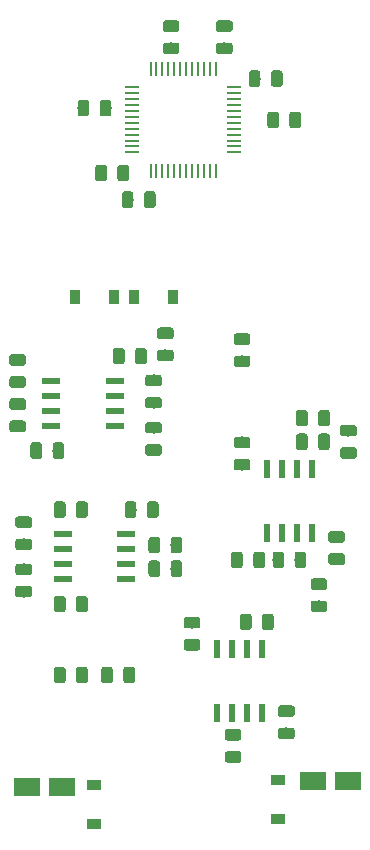
<source format=gbr>
G04 #@! TF.GenerationSoftware,KiCad,Pcbnew,5.0.2+dfsg1-1~bpo9+1*
G04 #@! TF.CreationDate,2019-05-23T15:08:07-07:00*
G04 #@! TF.ProjectId,HW,48572e6b-6963-4616-945f-706362585858,rev?*
G04 #@! TF.SameCoordinates,Original*
G04 #@! TF.FileFunction,Paste,Top*
G04 #@! TF.FilePolarity,Positive*
%FSLAX46Y46*%
G04 Gerber Fmt 4.6, Leading zero omitted, Abs format (unit mm)*
G04 Created by KiCad (PCBNEW 5.0.2+dfsg1-1~bpo9+1) date Thu 23 May 2019 03:08:07 PM PDT*
%MOMM*%
%LPD*%
G01*
G04 APERTURE LIST*
%ADD10R,1.200000X0.900000*%
%ADD11R,0.900000X1.200000*%
%ADD12C,0.100000*%
%ADD13C,0.975000*%
%ADD14R,0.600000X1.550000*%
%ADD15R,1.550000X0.600000*%
%ADD16R,0.250000X1.300000*%
%ADD17R,1.300000X0.250000*%
%ADD18R,2.200000X1.600000*%
G04 APERTURE END LIST*
D10*
G04 #@! TO.C,D2*
X133500000Y-134850000D03*
X133500000Y-138150000D03*
G04 #@! TD*
G04 #@! TO.C,D1*
X118000000Y-135350000D03*
X118000000Y-138650000D03*
G04 #@! TD*
D11*
G04 #@! TO.C,D4*
X124650000Y-94000000D03*
X121350000Y-94000000D03*
G04 #@! TD*
G04 #@! TO.C,D3*
X116350000Y-94000000D03*
X119650000Y-94000000D03*
G04 #@! TD*
D12*
G04 #@! TO.C,R19*
G36*
X131080142Y-120801174D02*
X131103803Y-120804684D01*
X131127007Y-120810496D01*
X131149529Y-120818554D01*
X131171153Y-120828782D01*
X131191670Y-120841079D01*
X131210883Y-120855329D01*
X131228607Y-120871393D01*
X131244671Y-120889117D01*
X131258921Y-120908330D01*
X131271218Y-120928847D01*
X131281446Y-120950471D01*
X131289504Y-120972993D01*
X131295316Y-120996197D01*
X131298826Y-121019858D01*
X131300000Y-121043750D01*
X131300000Y-121956250D01*
X131298826Y-121980142D01*
X131295316Y-122003803D01*
X131289504Y-122027007D01*
X131281446Y-122049529D01*
X131271218Y-122071153D01*
X131258921Y-122091670D01*
X131244671Y-122110883D01*
X131228607Y-122128607D01*
X131210883Y-122144671D01*
X131191670Y-122158921D01*
X131171153Y-122171218D01*
X131149529Y-122181446D01*
X131127007Y-122189504D01*
X131103803Y-122195316D01*
X131080142Y-122198826D01*
X131056250Y-122200000D01*
X130568750Y-122200000D01*
X130544858Y-122198826D01*
X130521197Y-122195316D01*
X130497993Y-122189504D01*
X130475471Y-122181446D01*
X130453847Y-122171218D01*
X130433330Y-122158921D01*
X130414117Y-122144671D01*
X130396393Y-122128607D01*
X130380329Y-122110883D01*
X130366079Y-122091670D01*
X130353782Y-122071153D01*
X130343554Y-122049529D01*
X130335496Y-122027007D01*
X130329684Y-122003803D01*
X130326174Y-121980142D01*
X130325000Y-121956250D01*
X130325000Y-121043750D01*
X130326174Y-121019858D01*
X130329684Y-120996197D01*
X130335496Y-120972993D01*
X130343554Y-120950471D01*
X130353782Y-120928847D01*
X130366079Y-120908330D01*
X130380329Y-120889117D01*
X130396393Y-120871393D01*
X130414117Y-120855329D01*
X130433330Y-120841079D01*
X130453847Y-120828782D01*
X130475471Y-120818554D01*
X130497993Y-120810496D01*
X130521197Y-120804684D01*
X130544858Y-120801174D01*
X130568750Y-120800000D01*
X131056250Y-120800000D01*
X131080142Y-120801174D01*
X131080142Y-120801174D01*
G37*
D13*
X130812500Y-121500000D03*
D12*
G36*
X132955142Y-120801174D02*
X132978803Y-120804684D01*
X133002007Y-120810496D01*
X133024529Y-120818554D01*
X133046153Y-120828782D01*
X133066670Y-120841079D01*
X133085883Y-120855329D01*
X133103607Y-120871393D01*
X133119671Y-120889117D01*
X133133921Y-120908330D01*
X133146218Y-120928847D01*
X133156446Y-120950471D01*
X133164504Y-120972993D01*
X133170316Y-120996197D01*
X133173826Y-121019858D01*
X133175000Y-121043750D01*
X133175000Y-121956250D01*
X133173826Y-121980142D01*
X133170316Y-122003803D01*
X133164504Y-122027007D01*
X133156446Y-122049529D01*
X133146218Y-122071153D01*
X133133921Y-122091670D01*
X133119671Y-122110883D01*
X133103607Y-122128607D01*
X133085883Y-122144671D01*
X133066670Y-122158921D01*
X133046153Y-122171218D01*
X133024529Y-122181446D01*
X133002007Y-122189504D01*
X132978803Y-122195316D01*
X132955142Y-122198826D01*
X132931250Y-122200000D01*
X132443750Y-122200000D01*
X132419858Y-122198826D01*
X132396197Y-122195316D01*
X132372993Y-122189504D01*
X132350471Y-122181446D01*
X132328847Y-122171218D01*
X132308330Y-122158921D01*
X132289117Y-122144671D01*
X132271393Y-122128607D01*
X132255329Y-122110883D01*
X132241079Y-122091670D01*
X132228782Y-122071153D01*
X132218554Y-122049529D01*
X132210496Y-122027007D01*
X132204684Y-122003803D01*
X132201174Y-121980142D01*
X132200000Y-121956250D01*
X132200000Y-121043750D01*
X132201174Y-121019858D01*
X132204684Y-120996197D01*
X132210496Y-120972993D01*
X132218554Y-120950471D01*
X132228782Y-120928847D01*
X132241079Y-120908330D01*
X132255329Y-120889117D01*
X132271393Y-120871393D01*
X132289117Y-120855329D01*
X132308330Y-120841079D01*
X132328847Y-120828782D01*
X132350471Y-120818554D01*
X132372993Y-120810496D01*
X132396197Y-120804684D01*
X132419858Y-120801174D01*
X132443750Y-120800000D01*
X132931250Y-120800000D01*
X132955142Y-120801174D01*
X132955142Y-120801174D01*
G37*
D13*
X132687500Y-121500000D03*
G04 #@! TD*
D12*
G04 #@! TO.C,R18*
G36*
X137480142Y-117826174D02*
X137503803Y-117829684D01*
X137527007Y-117835496D01*
X137549529Y-117843554D01*
X137571153Y-117853782D01*
X137591670Y-117866079D01*
X137610883Y-117880329D01*
X137628607Y-117896393D01*
X137644671Y-117914117D01*
X137658921Y-117933330D01*
X137671218Y-117953847D01*
X137681446Y-117975471D01*
X137689504Y-117997993D01*
X137695316Y-118021197D01*
X137698826Y-118044858D01*
X137700000Y-118068750D01*
X137700000Y-118556250D01*
X137698826Y-118580142D01*
X137695316Y-118603803D01*
X137689504Y-118627007D01*
X137681446Y-118649529D01*
X137671218Y-118671153D01*
X137658921Y-118691670D01*
X137644671Y-118710883D01*
X137628607Y-118728607D01*
X137610883Y-118744671D01*
X137591670Y-118758921D01*
X137571153Y-118771218D01*
X137549529Y-118781446D01*
X137527007Y-118789504D01*
X137503803Y-118795316D01*
X137480142Y-118798826D01*
X137456250Y-118800000D01*
X136543750Y-118800000D01*
X136519858Y-118798826D01*
X136496197Y-118795316D01*
X136472993Y-118789504D01*
X136450471Y-118781446D01*
X136428847Y-118771218D01*
X136408330Y-118758921D01*
X136389117Y-118744671D01*
X136371393Y-118728607D01*
X136355329Y-118710883D01*
X136341079Y-118691670D01*
X136328782Y-118671153D01*
X136318554Y-118649529D01*
X136310496Y-118627007D01*
X136304684Y-118603803D01*
X136301174Y-118580142D01*
X136300000Y-118556250D01*
X136300000Y-118068750D01*
X136301174Y-118044858D01*
X136304684Y-118021197D01*
X136310496Y-117997993D01*
X136318554Y-117975471D01*
X136328782Y-117953847D01*
X136341079Y-117933330D01*
X136355329Y-117914117D01*
X136371393Y-117896393D01*
X136389117Y-117880329D01*
X136408330Y-117866079D01*
X136428847Y-117853782D01*
X136450471Y-117843554D01*
X136472993Y-117835496D01*
X136496197Y-117829684D01*
X136519858Y-117826174D01*
X136543750Y-117825000D01*
X137456250Y-117825000D01*
X137480142Y-117826174D01*
X137480142Y-117826174D01*
G37*
D13*
X137000000Y-118312500D03*
D12*
G36*
X137480142Y-119701174D02*
X137503803Y-119704684D01*
X137527007Y-119710496D01*
X137549529Y-119718554D01*
X137571153Y-119728782D01*
X137591670Y-119741079D01*
X137610883Y-119755329D01*
X137628607Y-119771393D01*
X137644671Y-119789117D01*
X137658921Y-119808330D01*
X137671218Y-119828847D01*
X137681446Y-119850471D01*
X137689504Y-119872993D01*
X137695316Y-119896197D01*
X137698826Y-119919858D01*
X137700000Y-119943750D01*
X137700000Y-120431250D01*
X137698826Y-120455142D01*
X137695316Y-120478803D01*
X137689504Y-120502007D01*
X137681446Y-120524529D01*
X137671218Y-120546153D01*
X137658921Y-120566670D01*
X137644671Y-120585883D01*
X137628607Y-120603607D01*
X137610883Y-120619671D01*
X137591670Y-120633921D01*
X137571153Y-120646218D01*
X137549529Y-120656446D01*
X137527007Y-120664504D01*
X137503803Y-120670316D01*
X137480142Y-120673826D01*
X137456250Y-120675000D01*
X136543750Y-120675000D01*
X136519858Y-120673826D01*
X136496197Y-120670316D01*
X136472993Y-120664504D01*
X136450471Y-120656446D01*
X136428847Y-120646218D01*
X136408330Y-120633921D01*
X136389117Y-120619671D01*
X136371393Y-120603607D01*
X136355329Y-120585883D01*
X136341079Y-120566670D01*
X136328782Y-120546153D01*
X136318554Y-120524529D01*
X136310496Y-120502007D01*
X136304684Y-120478803D01*
X136301174Y-120455142D01*
X136300000Y-120431250D01*
X136300000Y-119943750D01*
X136301174Y-119919858D01*
X136304684Y-119896197D01*
X136310496Y-119872993D01*
X136318554Y-119850471D01*
X136328782Y-119828847D01*
X136341079Y-119808330D01*
X136355329Y-119789117D01*
X136371393Y-119771393D01*
X136389117Y-119755329D01*
X136408330Y-119741079D01*
X136428847Y-119728782D01*
X136450471Y-119718554D01*
X136472993Y-119710496D01*
X136496197Y-119704684D01*
X136519858Y-119701174D01*
X136543750Y-119700000D01*
X137456250Y-119700000D01*
X137480142Y-119701174D01*
X137480142Y-119701174D01*
G37*
D13*
X137000000Y-120187500D03*
G04 #@! TD*
D12*
G04 #@! TO.C,R13*
G36*
X139980142Y-104826174D02*
X140003803Y-104829684D01*
X140027007Y-104835496D01*
X140049529Y-104843554D01*
X140071153Y-104853782D01*
X140091670Y-104866079D01*
X140110883Y-104880329D01*
X140128607Y-104896393D01*
X140144671Y-104914117D01*
X140158921Y-104933330D01*
X140171218Y-104953847D01*
X140181446Y-104975471D01*
X140189504Y-104997993D01*
X140195316Y-105021197D01*
X140198826Y-105044858D01*
X140200000Y-105068750D01*
X140200000Y-105556250D01*
X140198826Y-105580142D01*
X140195316Y-105603803D01*
X140189504Y-105627007D01*
X140181446Y-105649529D01*
X140171218Y-105671153D01*
X140158921Y-105691670D01*
X140144671Y-105710883D01*
X140128607Y-105728607D01*
X140110883Y-105744671D01*
X140091670Y-105758921D01*
X140071153Y-105771218D01*
X140049529Y-105781446D01*
X140027007Y-105789504D01*
X140003803Y-105795316D01*
X139980142Y-105798826D01*
X139956250Y-105800000D01*
X139043750Y-105800000D01*
X139019858Y-105798826D01*
X138996197Y-105795316D01*
X138972993Y-105789504D01*
X138950471Y-105781446D01*
X138928847Y-105771218D01*
X138908330Y-105758921D01*
X138889117Y-105744671D01*
X138871393Y-105728607D01*
X138855329Y-105710883D01*
X138841079Y-105691670D01*
X138828782Y-105671153D01*
X138818554Y-105649529D01*
X138810496Y-105627007D01*
X138804684Y-105603803D01*
X138801174Y-105580142D01*
X138800000Y-105556250D01*
X138800000Y-105068750D01*
X138801174Y-105044858D01*
X138804684Y-105021197D01*
X138810496Y-104997993D01*
X138818554Y-104975471D01*
X138828782Y-104953847D01*
X138841079Y-104933330D01*
X138855329Y-104914117D01*
X138871393Y-104896393D01*
X138889117Y-104880329D01*
X138908330Y-104866079D01*
X138928847Y-104853782D01*
X138950471Y-104843554D01*
X138972993Y-104835496D01*
X138996197Y-104829684D01*
X139019858Y-104826174D01*
X139043750Y-104825000D01*
X139956250Y-104825000D01*
X139980142Y-104826174D01*
X139980142Y-104826174D01*
G37*
D13*
X139500000Y-105312500D03*
D12*
G36*
X139980142Y-106701174D02*
X140003803Y-106704684D01*
X140027007Y-106710496D01*
X140049529Y-106718554D01*
X140071153Y-106728782D01*
X140091670Y-106741079D01*
X140110883Y-106755329D01*
X140128607Y-106771393D01*
X140144671Y-106789117D01*
X140158921Y-106808330D01*
X140171218Y-106828847D01*
X140181446Y-106850471D01*
X140189504Y-106872993D01*
X140195316Y-106896197D01*
X140198826Y-106919858D01*
X140200000Y-106943750D01*
X140200000Y-107431250D01*
X140198826Y-107455142D01*
X140195316Y-107478803D01*
X140189504Y-107502007D01*
X140181446Y-107524529D01*
X140171218Y-107546153D01*
X140158921Y-107566670D01*
X140144671Y-107585883D01*
X140128607Y-107603607D01*
X140110883Y-107619671D01*
X140091670Y-107633921D01*
X140071153Y-107646218D01*
X140049529Y-107656446D01*
X140027007Y-107664504D01*
X140003803Y-107670316D01*
X139980142Y-107673826D01*
X139956250Y-107675000D01*
X139043750Y-107675000D01*
X139019858Y-107673826D01*
X138996197Y-107670316D01*
X138972993Y-107664504D01*
X138950471Y-107656446D01*
X138928847Y-107646218D01*
X138908330Y-107633921D01*
X138889117Y-107619671D01*
X138871393Y-107603607D01*
X138855329Y-107585883D01*
X138841079Y-107566670D01*
X138828782Y-107546153D01*
X138818554Y-107524529D01*
X138810496Y-107502007D01*
X138804684Y-107478803D01*
X138801174Y-107455142D01*
X138800000Y-107431250D01*
X138800000Y-106943750D01*
X138801174Y-106919858D01*
X138804684Y-106896197D01*
X138810496Y-106872993D01*
X138818554Y-106850471D01*
X138828782Y-106828847D01*
X138841079Y-106808330D01*
X138855329Y-106789117D01*
X138871393Y-106771393D01*
X138889117Y-106755329D01*
X138908330Y-106741079D01*
X138928847Y-106728782D01*
X138950471Y-106718554D01*
X138972993Y-106710496D01*
X138996197Y-106704684D01*
X139019858Y-106701174D01*
X139043750Y-106700000D01*
X139956250Y-106700000D01*
X139980142Y-106701174D01*
X139980142Y-106701174D01*
G37*
D13*
X139500000Y-107187500D03*
G04 #@! TD*
D12*
G04 #@! TO.C,R12*
G36*
X124480142Y-98451174D02*
X124503803Y-98454684D01*
X124527007Y-98460496D01*
X124549529Y-98468554D01*
X124571153Y-98478782D01*
X124591670Y-98491079D01*
X124610883Y-98505329D01*
X124628607Y-98521393D01*
X124644671Y-98539117D01*
X124658921Y-98558330D01*
X124671218Y-98578847D01*
X124681446Y-98600471D01*
X124689504Y-98622993D01*
X124695316Y-98646197D01*
X124698826Y-98669858D01*
X124700000Y-98693750D01*
X124700000Y-99181250D01*
X124698826Y-99205142D01*
X124695316Y-99228803D01*
X124689504Y-99252007D01*
X124681446Y-99274529D01*
X124671218Y-99296153D01*
X124658921Y-99316670D01*
X124644671Y-99335883D01*
X124628607Y-99353607D01*
X124610883Y-99369671D01*
X124591670Y-99383921D01*
X124571153Y-99396218D01*
X124549529Y-99406446D01*
X124527007Y-99414504D01*
X124503803Y-99420316D01*
X124480142Y-99423826D01*
X124456250Y-99425000D01*
X123543750Y-99425000D01*
X123519858Y-99423826D01*
X123496197Y-99420316D01*
X123472993Y-99414504D01*
X123450471Y-99406446D01*
X123428847Y-99396218D01*
X123408330Y-99383921D01*
X123389117Y-99369671D01*
X123371393Y-99353607D01*
X123355329Y-99335883D01*
X123341079Y-99316670D01*
X123328782Y-99296153D01*
X123318554Y-99274529D01*
X123310496Y-99252007D01*
X123304684Y-99228803D01*
X123301174Y-99205142D01*
X123300000Y-99181250D01*
X123300000Y-98693750D01*
X123301174Y-98669858D01*
X123304684Y-98646197D01*
X123310496Y-98622993D01*
X123318554Y-98600471D01*
X123328782Y-98578847D01*
X123341079Y-98558330D01*
X123355329Y-98539117D01*
X123371393Y-98521393D01*
X123389117Y-98505329D01*
X123408330Y-98491079D01*
X123428847Y-98478782D01*
X123450471Y-98468554D01*
X123472993Y-98460496D01*
X123496197Y-98454684D01*
X123519858Y-98451174D01*
X123543750Y-98450000D01*
X124456250Y-98450000D01*
X124480142Y-98451174D01*
X124480142Y-98451174D01*
G37*
D13*
X124000000Y-98937500D03*
D12*
G36*
X124480142Y-96576174D02*
X124503803Y-96579684D01*
X124527007Y-96585496D01*
X124549529Y-96593554D01*
X124571153Y-96603782D01*
X124591670Y-96616079D01*
X124610883Y-96630329D01*
X124628607Y-96646393D01*
X124644671Y-96664117D01*
X124658921Y-96683330D01*
X124671218Y-96703847D01*
X124681446Y-96725471D01*
X124689504Y-96747993D01*
X124695316Y-96771197D01*
X124698826Y-96794858D01*
X124700000Y-96818750D01*
X124700000Y-97306250D01*
X124698826Y-97330142D01*
X124695316Y-97353803D01*
X124689504Y-97377007D01*
X124681446Y-97399529D01*
X124671218Y-97421153D01*
X124658921Y-97441670D01*
X124644671Y-97460883D01*
X124628607Y-97478607D01*
X124610883Y-97494671D01*
X124591670Y-97508921D01*
X124571153Y-97521218D01*
X124549529Y-97531446D01*
X124527007Y-97539504D01*
X124503803Y-97545316D01*
X124480142Y-97548826D01*
X124456250Y-97550000D01*
X123543750Y-97550000D01*
X123519858Y-97548826D01*
X123496197Y-97545316D01*
X123472993Y-97539504D01*
X123450471Y-97531446D01*
X123428847Y-97521218D01*
X123408330Y-97508921D01*
X123389117Y-97494671D01*
X123371393Y-97478607D01*
X123355329Y-97460883D01*
X123341079Y-97441670D01*
X123328782Y-97421153D01*
X123318554Y-97399529D01*
X123310496Y-97377007D01*
X123304684Y-97353803D01*
X123301174Y-97330142D01*
X123300000Y-97306250D01*
X123300000Y-96818750D01*
X123301174Y-96794858D01*
X123304684Y-96771197D01*
X123310496Y-96747993D01*
X123318554Y-96725471D01*
X123328782Y-96703847D01*
X123341079Y-96683330D01*
X123355329Y-96664117D01*
X123371393Y-96646393D01*
X123389117Y-96630329D01*
X123408330Y-96616079D01*
X123428847Y-96603782D01*
X123450471Y-96593554D01*
X123472993Y-96585496D01*
X123496197Y-96579684D01*
X123519858Y-96576174D01*
X123543750Y-96575000D01*
X124456250Y-96575000D01*
X124480142Y-96576174D01*
X124480142Y-96576174D01*
G37*
D13*
X124000000Y-97062500D03*
G04 #@! TD*
D12*
G04 #@! TO.C,R3*
G36*
X111980142Y-98826174D02*
X112003803Y-98829684D01*
X112027007Y-98835496D01*
X112049529Y-98843554D01*
X112071153Y-98853782D01*
X112091670Y-98866079D01*
X112110883Y-98880329D01*
X112128607Y-98896393D01*
X112144671Y-98914117D01*
X112158921Y-98933330D01*
X112171218Y-98953847D01*
X112181446Y-98975471D01*
X112189504Y-98997993D01*
X112195316Y-99021197D01*
X112198826Y-99044858D01*
X112200000Y-99068750D01*
X112200000Y-99556250D01*
X112198826Y-99580142D01*
X112195316Y-99603803D01*
X112189504Y-99627007D01*
X112181446Y-99649529D01*
X112171218Y-99671153D01*
X112158921Y-99691670D01*
X112144671Y-99710883D01*
X112128607Y-99728607D01*
X112110883Y-99744671D01*
X112091670Y-99758921D01*
X112071153Y-99771218D01*
X112049529Y-99781446D01*
X112027007Y-99789504D01*
X112003803Y-99795316D01*
X111980142Y-99798826D01*
X111956250Y-99800000D01*
X111043750Y-99800000D01*
X111019858Y-99798826D01*
X110996197Y-99795316D01*
X110972993Y-99789504D01*
X110950471Y-99781446D01*
X110928847Y-99771218D01*
X110908330Y-99758921D01*
X110889117Y-99744671D01*
X110871393Y-99728607D01*
X110855329Y-99710883D01*
X110841079Y-99691670D01*
X110828782Y-99671153D01*
X110818554Y-99649529D01*
X110810496Y-99627007D01*
X110804684Y-99603803D01*
X110801174Y-99580142D01*
X110800000Y-99556250D01*
X110800000Y-99068750D01*
X110801174Y-99044858D01*
X110804684Y-99021197D01*
X110810496Y-98997993D01*
X110818554Y-98975471D01*
X110828782Y-98953847D01*
X110841079Y-98933330D01*
X110855329Y-98914117D01*
X110871393Y-98896393D01*
X110889117Y-98880329D01*
X110908330Y-98866079D01*
X110928847Y-98853782D01*
X110950471Y-98843554D01*
X110972993Y-98835496D01*
X110996197Y-98829684D01*
X111019858Y-98826174D01*
X111043750Y-98825000D01*
X111956250Y-98825000D01*
X111980142Y-98826174D01*
X111980142Y-98826174D01*
G37*
D13*
X111500000Y-99312500D03*
D12*
G36*
X111980142Y-100701174D02*
X112003803Y-100704684D01*
X112027007Y-100710496D01*
X112049529Y-100718554D01*
X112071153Y-100728782D01*
X112091670Y-100741079D01*
X112110883Y-100755329D01*
X112128607Y-100771393D01*
X112144671Y-100789117D01*
X112158921Y-100808330D01*
X112171218Y-100828847D01*
X112181446Y-100850471D01*
X112189504Y-100872993D01*
X112195316Y-100896197D01*
X112198826Y-100919858D01*
X112200000Y-100943750D01*
X112200000Y-101431250D01*
X112198826Y-101455142D01*
X112195316Y-101478803D01*
X112189504Y-101502007D01*
X112181446Y-101524529D01*
X112171218Y-101546153D01*
X112158921Y-101566670D01*
X112144671Y-101585883D01*
X112128607Y-101603607D01*
X112110883Y-101619671D01*
X112091670Y-101633921D01*
X112071153Y-101646218D01*
X112049529Y-101656446D01*
X112027007Y-101664504D01*
X112003803Y-101670316D01*
X111980142Y-101673826D01*
X111956250Y-101675000D01*
X111043750Y-101675000D01*
X111019858Y-101673826D01*
X110996197Y-101670316D01*
X110972993Y-101664504D01*
X110950471Y-101656446D01*
X110928847Y-101646218D01*
X110908330Y-101633921D01*
X110889117Y-101619671D01*
X110871393Y-101603607D01*
X110855329Y-101585883D01*
X110841079Y-101566670D01*
X110828782Y-101546153D01*
X110818554Y-101524529D01*
X110810496Y-101502007D01*
X110804684Y-101478803D01*
X110801174Y-101455142D01*
X110800000Y-101431250D01*
X110800000Y-100943750D01*
X110801174Y-100919858D01*
X110804684Y-100896197D01*
X110810496Y-100872993D01*
X110818554Y-100850471D01*
X110828782Y-100828847D01*
X110841079Y-100808330D01*
X110855329Y-100789117D01*
X110871393Y-100771393D01*
X110889117Y-100755329D01*
X110908330Y-100741079D01*
X110928847Y-100728782D01*
X110950471Y-100718554D01*
X110972993Y-100710496D01*
X110996197Y-100704684D01*
X111019858Y-100701174D01*
X111043750Y-100700000D01*
X111956250Y-100700000D01*
X111980142Y-100701174D01*
X111980142Y-100701174D01*
G37*
D13*
X111500000Y-101187500D03*
G04 #@! TD*
D12*
G04 #@! TO.C,R4*
G36*
X111980142Y-104451174D02*
X112003803Y-104454684D01*
X112027007Y-104460496D01*
X112049529Y-104468554D01*
X112071153Y-104478782D01*
X112091670Y-104491079D01*
X112110883Y-104505329D01*
X112128607Y-104521393D01*
X112144671Y-104539117D01*
X112158921Y-104558330D01*
X112171218Y-104578847D01*
X112181446Y-104600471D01*
X112189504Y-104622993D01*
X112195316Y-104646197D01*
X112198826Y-104669858D01*
X112200000Y-104693750D01*
X112200000Y-105181250D01*
X112198826Y-105205142D01*
X112195316Y-105228803D01*
X112189504Y-105252007D01*
X112181446Y-105274529D01*
X112171218Y-105296153D01*
X112158921Y-105316670D01*
X112144671Y-105335883D01*
X112128607Y-105353607D01*
X112110883Y-105369671D01*
X112091670Y-105383921D01*
X112071153Y-105396218D01*
X112049529Y-105406446D01*
X112027007Y-105414504D01*
X112003803Y-105420316D01*
X111980142Y-105423826D01*
X111956250Y-105425000D01*
X111043750Y-105425000D01*
X111019858Y-105423826D01*
X110996197Y-105420316D01*
X110972993Y-105414504D01*
X110950471Y-105406446D01*
X110928847Y-105396218D01*
X110908330Y-105383921D01*
X110889117Y-105369671D01*
X110871393Y-105353607D01*
X110855329Y-105335883D01*
X110841079Y-105316670D01*
X110828782Y-105296153D01*
X110818554Y-105274529D01*
X110810496Y-105252007D01*
X110804684Y-105228803D01*
X110801174Y-105205142D01*
X110800000Y-105181250D01*
X110800000Y-104693750D01*
X110801174Y-104669858D01*
X110804684Y-104646197D01*
X110810496Y-104622993D01*
X110818554Y-104600471D01*
X110828782Y-104578847D01*
X110841079Y-104558330D01*
X110855329Y-104539117D01*
X110871393Y-104521393D01*
X110889117Y-104505329D01*
X110908330Y-104491079D01*
X110928847Y-104478782D01*
X110950471Y-104468554D01*
X110972993Y-104460496D01*
X110996197Y-104454684D01*
X111019858Y-104451174D01*
X111043750Y-104450000D01*
X111956250Y-104450000D01*
X111980142Y-104451174D01*
X111980142Y-104451174D01*
G37*
D13*
X111500000Y-104937500D03*
D12*
G36*
X111980142Y-102576174D02*
X112003803Y-102579684D01*
X112027007Y-102585496D01*
X112049529Y-102593554D01*
X112071153Y-102603782D01*
X112091670Y-102616079D01*
X112110883Y-102630329D01*
X112128607Y-102646393D01*
X112144671Y-102664117D01*
X112158921Y-102683330D01*
X112171218Y-102703847D01*
X112181446Y-102725471D01*
X112189504Y-102747993D01*
X112195316Y-102771197D01*
X112198826Y-102794858D01*
X112200000Y-102818750D01*
X112200000Y-103306250D01*
X112198826Y-103330142D01*
X112195316Y-103353803D01*
X112189504Y-103377007D01*
X112181446Y-103399529D01*
X112171218Y-103421153D01*
X112158921Y-103441670D01*
X112144671Y-103460883D01*
X112128607Y-103478607D01*
X112110883Y-103494671D01*
X112091670Y-103508921D01*
X112071153Y-103521218D01*
X112049529Y-103531446D01*
X112027007Y-103539504D01*
X112003803Y-103545316D01*
X111980142Y-103548826D01*
X111956250Y-103550000D01*
X111043750Y-103550000D01*
X111019858Y-103548826D01*
X110996197Y-103545316D01*
X110972993Y-103539504D01*
X110950471Y-103531446D01*
X110928847Y-103521218D01*
X110908330Y-103508921D01*
X110889117Y-103494671D01*
X110871393Y-103478607D01*
X110855329Y-103460883D01*
X110841079Y-103441670D01*
X110828782Y-103421153D01*
X110818554Y-103399529D01*
X110810496Y-103377007D01*
X110804684Y-103353803D01*
X110801174Y-103330142D01*
X110800000Y-103306250D01*
X110800000Y-102818750D01*
X110801174Y-102794858D01*
X110804684Y-102771197D01*
X110810496Y-102747993D01*
X110818554Y-102725471D01*
X110828782Y-102703847D01*
X110841079Y-102683330D01*
X110855329Y-102664117D01*
X110871393Y-102646393D01*
X110889117Y-102630329D01*
X110908330Y-102616079D01*
X110928847Y-102603782D01*
X110950471Y-102593554D01*
X110972993Y-102585496D01*
X110996197Y-102579684D01*
X111019858Y-102576174D01*
X111043750Y-102575000D01*
X111956250Y-102575000D01*
X111980142Y-102576174D01*
X111980142Y-102576174D01*
G37*
D13*
X111500000Y-103062500D03*
G04 #@! TD*
D12*
G04 #@! TO.C,R10*
G36*
X123480142Y-104576174D02*
X123503803Y-104579684D01*
X123527007Y-104585496D01*
X123549529Y-104593554D01*
X123571153Y-104603782D01*
X123591670Y-104616079D01*
X123610883Y-104630329D01*
X123628607Y-104646393D01*
X123644671Y-104664117D01*
X123658921Y-104683330D01*
X123671218Y-104703847D01*
X123681446Y-104725471D01*
X123689504Y-104747993D01*
X123695316Y-104771197D01*
X123698826Y-104794858D01*
X123700000Y-104818750D01*
X123700000Y-105306250D01*
X123698826Y-105330142D01*
X123695316Y-105353803D01*
X123689504Y-105377007D01*
X123681446Y-105399529D01*
X123671218Y-105421153D01*
X123658921Y-105441670D01*
X123644671Y-105460883D01*
X123628607Y-105478607D01*
X123610883Y-105494671D01*
X123591670Y-105508921D01*
X123571153Y-105521218D01*
X123549529Y-105531446D01*
X123527007Y-105539504D01*
X123503803Y-105545316D01*
X123480142Y-105548826D01*
X123456250Y-105550000D01*
X122543750Y-105550000D01*
X122519858Y-105548826D01*
X122496197Y-105545316D01*
X122472993Y-105539504D01*
X122450471Y-105531446D01*
X122428847Y-105521218D01*
X122408330Y-105508921D01*
X122389117Y-105494671D01*
X122371393Y-105478607D01*
X122355329Y-105460883D01*
X122341079Y-105441670D01*
X122328782Y-105421153D01*
X122318554Y-105399529D01*
X122310496Y-105377007D01*
X122304684Y-105353803D01*
X122301174Y-105330142D01*
X122300000Y-105306250D01*
X122300000Y-104818750D01*
X122301174Y-104794858D01*
X122304684Y-104771197D01*
X122310496Y-104747993D01*
X122318554Y-104725471D01*
X122328782Y-104703847D01*
X122341079Y-104683330D01*
X122355329Y-104664117D01*
X122371393Y-104646393D01*
X122389117Y-104630329D01*
X122408330Y-104616079D01*
X122428847Y-104603782D01*
X122450471Y-104593554D01*
X122472993Y-104585496D01*
X122496197Y-104579684D01*
X122519858Y-104576174D01*
X122543750Y-104575000D01*
X123456250Y-104575000D01*
X123480142Y-104576174D01*
X123480142Y-104576174D01*
G37*
D13*
X123000000Y-105062500D03*
D12*
G36*
X123480142Y-106451174D02*
X123503803Y-106454684D01*
X123527007Y-106460496D01*
X123549529Y-106468554D01*
X123571153Y-106478782D01*
X123591670Y-106491079D01*
X123610883Y-106505329D01*
X123628607Y-106521393D01*
X123644671Y-106539117D01*
X123658921Y-106558330D01*
X123671218Y-106578847D01*
X123681446Y-106600471D01*
X123689504Y-106622993D01*
X123695316Y-106646197D01*
X123698826Y-106669858D01*
X123700000Y-106693750D01*
X123700000Y-107181250D01*
X123698826Y-107205142D01*
X123695316Y-107228803D01*
X123689504Y-107252007D01*
X123681446Y-107274529D01*
X123671218Y-107296153D01*
X123658921Y-107316670D01*
X123644671Y-107335883D01*
X123628607Y-107353607D01*
X123610883Y-107369671D01*
X123591670Y-107383921D01*
X123571153Y-107396218D01*
X123549529Y-107406446D01*
X123527007Y-107414504D01*
X123503803Y-107420316D01*
X123480142Y-107423826D01*
X123456250Y-107425000D01*
X122543750Y-107425000D01*
X122519858Y-107423826D01*
X122496197Y-107420316D01*
X122472993Y-107414504D01*
X122450471Y-107406446D01*
X122428847Y-107396218D01*
X122408330Y-107383921D01*
X122389117Y-107369671D01*
X122371393Y-107353607D01*
X122355329Y-107335883D01*
X122341079Y-107316670D01*
X122328782Y-107296153D01*
X122318554Y-107274529D01*
X122310496Y-107252007D01*
X122304684Y-107228803D01*
X122301174Y-107205142D01*
X122300000Y-107181250D01*
X122300000Y-106693750D01*
X122301174Y-106669858D01*
X122304684Y-106646197D01*
X122310496Y-106622993D01*
X122318554Y-106600471D01*
X122328782Y-106578847D01*
X122341079Y-106558330D01*
X122355329Y-106539117D01*
X122371393Y-106521393D01*
X122389117Y-106505329D01*
X122408330Y-106491079D01*
X122428847Y-106478782D01*
X122450471Y-106468554D01*
X122472993Y-106460496D01*
X122496197Y-106454684D01*
X122519858Y-106451174D01*
X122543750Y-106450000D01*
X123456250Y-106450000D01*
X123480142Y-106451174D01*
X123480142Y-106451174D01*
G37*
D13*
X123000000Y-106937500D03*
G04 #@! TD*
D12*
G04 #@! TO.C,R2*
G36*
X121080142Y-85051174D02*
X121103803Y-85054684D01*
X121127007Y-85060496D01*
X121149529Y-85068554D01*
X121171153Y-85078782D01*
X121191670Y-85091079D01*
X121210883Y-85105329D01*
X121228607Y-85121393D01*
X121244671Y-85139117D01*
X121258921Y-85158330D01*
X121271218Y-85178847D01*
X121281446Y-85200471D01*
X121289504Y-85222993D01*
X121295316Y-85246197D01*
X121298826Y-85269858D01*
X121300000Y-85293750D01*
X121300000Y-86206250D01*
X121298826Y-86230142D01*
X121295316Y-86253803D01*
X121289504Y-86277007D01*
X121281446Y-86299529D01*
X121271218Y-86321153D01*
X121258921Y-86341670D01*
X121244671Y-86360883D01*
X121228607Y-86378607D01*
X121210883Y-86394671D01*
X121191670Y-86408921D01*
X121171153Y-86421218D01*
X121149529Y-86431446D01*
X121127007Y-86439504D01*
X121103803Y-86445316D01*
X121080142Y-86448826D01*
X121056250Y-86450000D01*
X120568750Y-86450000D01*
X120544858Y-86448826D01*
X120521197Y-86445316D01*
X120497993Y-86439504D01*
X120475471Y-86431446D01*
X120453847Y-86421218D01*
X120433330Y-86408921D01*
X120414117Y-86394671D01*
X120396393Y-86378607D01*
X120380329Y-86360883D01*
X120366079Y-86341670D01*
X120353782Y-86321153D01*
X120343554Y-86299529D01*
X120335496Y-86277007D01*
X120329684Y-86253803D01*
X120326174Y-86230142D01*
X120325000Y-86206250D01*
X120325000Y-85293750D01*
X120326174Y-85269858D01*
X120329684Y-85246197D01*
X120335496Y-85222993D01*
X120343554Y-85200471D01*
X120353782Y-85178847D01*
X120366079Y-85158330D01*
X120380329Y-85139117D01*
X120396393Y-85121393D01*
X120414117Y-85105329D01*
X120433330Y-85091079D01*
X120453847Y-85078782D01*
X120475471Y-85068554D01*
X120497993Y-85060496D01*
X120521197Y-85054684D01*
X120544858Y-85051174D01*
X120568750Y-85050000D01*
X121056250Y-85050000D01*
X121080142Y-85051174D01*
X121080142Y-85051174D01*
G37*
D13*
X120812500Y-85750000D03*
D12*
G36*
X122955142Y-85051174D02*
X122978803Y-85054684D01*
X123002007Y-85060496D01*
X123024529Y-85068554D01*
X123046153Y-85078782D01*
X123066670Y-85091079D01*
X123085883Y-85105329D01*
X123103607Y-85121393D01*
X123119671Y-85139117D01*
X123133921Y-85158330D01*
X123146218Y-85178847D01*
X123156446Y-85200471D01*
X123164504Y-85222993D01*
X123170316Y-85246197D01*
X123173826Y-85269858D01*
X123175000Y-85293750D01*
X123175000Y-86206250D01*
X123173826Y-86230142D01*
X123170316Y-86253803D01*
X123164504Y-86277007D01*
X123156446Y-86299529D01*
X123146218Y-86321153D01*
X123133921Y-86341670D01*
X123119671Y-86360883D01*
X123103607Y-86378607D01*
X123085883Y-86394671D01*
X123066670Y-86408921D01*
X123046153Y-86421218D01*
X123024529Y-86431446D01*
X123002007Y-86439504D01*
X122978803Y-86445316D01*
X122955142Y-86448826D01*
X122931250Y-86450000D01*
X122443750Y-86450000D01*
X122419858Y-86448826D01*
X122396197Y-86445316D01*
X122372993Y-86439504D01*
X122350471Y-86431446D01*
X122328847Y-86421218D01*
X122308330Y-86408921D01*
X122289117Y-86394671D01*
X122271393Y-86378607D01*
X122255329Y-86360883D01*
X122241079Y-86341670D01*
X122228782Y-86321153D01*
X122218554Y-86299529D01*
X122210496Y-86277007D01*
X122204684Y-86253803D01*
X122201174Y-86230142D01*
X122200000Y-86206250D01*
X122200000Y-85293750D01*
X122201174Y-85269858D01*
X122204684Y-85246197D01*
X122210496Y-85222993D01*
X122218554Y-85200471D01*
X122228782Y-85178847D01*
X122241079Y-85158330D01*
X122255329Y-85139117D01*
X122271393Y-85121393D01*
X122289117Y-85105329D01*
X122308330Y-85091079D01*
X122328847Y-85078782D01*
X122350471Y-85068554D01*
X122372993Y-85060496D01*
X122396197Y-85054684D01*
X122419858Y-85051174D01*
X122443750Y-85050000D01*
X122931250Y-85050000D01*
X122955142Y-85051174D01*
X122955142Y-85051174D01*
G37*
D13*
X122687500Y-85750000D03*
G04 #@! TD*
D12*
G04 #@! TO.C,R17*
G36*
X135830142Y-103551174D02*
X135853803Y-103554684D01*
X135877007Y-103560496D01*
X135899529Y-103568554D01*
X135921153Y-103578782D01*
X135941670Y-103591079D01*
X135960883Y-103605329D01*
X135978607Y-103621393D01*
X135994671Y-103639117D01*
X136008921Y-103658330D01*
X136021218Y-103678847D01*
X136031446Y-103700471D01*
X136039504Y-103722993D01*
X136045316Y-103746197D01*
X136048826Y-103769858D01*
X136050000Y-103793750D01*
X136050000Y-104706250D01*
X136048826Y-104730142D01*
X136045316Y-104753803D01*
X136039504Y-104777007D01*
X136031446Y-104799529D01*
X136021218Y-104821153D01*
X136008921Y-104841670D01*
X135994671Y-104860883D01*
X135978607Y-104878607D01*
X135960883Y-104894671D01*
X135941670Y-104908921D01*
X135921153Y-104921218D01*
X135899529Y-104931446D01*
X135877007Y-104939504D01*
X135853803Y-104945316D01*
X135830142Y-104948826D01*
X135806250Y-104950000D01*
X135318750Y-104950000D01*
X135294858Y-104948826D01*
X135271197Y-104945316D01*
X135247993Y-104939504D01*
X135225471Y-104931446D01*
X135203847Y-104921218D01*
X135183330Y-104908921D01*
X135164117Y-104894671D01*
X135146393Y-104878607D01*
X135130329Y-104860883D01*
X135116079Y-104841670D01*
X135103782Y-104821153D01*
X135093554Y-104799529D01*
X135085496Y-104777007D01*
X135079684Y-104753803D01*
X135076174Y-104730142D01*
X135075000Y-104706250D01*
X135075000Y-103793750D01*
X135076174Y-103769858D01*
X135079684Y-103746197D01*
X135085496Y-103722993D01*
X135093554Y-103700471D01*
X135103782Y-103678847D01*
X135116079Y-103658330D01*
X135130329Y-103639117D01*
X135146393Y-103621393D01*
X135164117Y-103605329D01*
X135183330Y-103591079D01*
X135203847Y-103578782D01*
X135225471Y-103568554D01*
X135247993Y-103560496D01*
X135271197Y-103554684D01*
X135294858Y-103551174D01*
X135318750Y-103550000D01*
X135806250Y-103550000D01*
X135830142Y-103551174D01*
X135830142Y-103551174D01*
G37*
D13*
X135562500Y-104250000D03*
D12*
G36*
X137705142Y-103551174D02*
X137728803Y-103554684D01*
X137752007Y-103560496D01*
X137774529Y-103568554D01*
X137796153Y-103578782D01*
X137816670Y-103591079D01*
X137835883Y-103605329D01*
X137853607Y-103621393D01*
X137869671Y-103639117D01*
X137883921Y-103658330D01*
X137896218Y-103678847D01*
X137906446Y-103700471D01*
X137914504Y-103722993D01*
X137920316Y-103746197D01*
X137923826Y-103769858D01*
X137925000Y-103793750D01*
X137925000Y-104706250D01*
X137923826Y-104730142D01*
X137920316Y-104753803D01*
X137914504Y-104777007D01*
X137906446Y-104799529D01*
X137896218Y-104821153D01*
X137883921Y-104841670D01*
X137869671Y-104860883D01*
X137853607Y-104878607D01*
X137835883Y-104894671D01*
X137816670Y-104908921D01*
X137796153Y-104921218D01*
X137774529Y-104931446D01*
X137752007Y-104939504D01*
X137728803Y-104945316D01*
X137705142Y-104948826D01*
X137681250Y-104950000D01*
X137193750Y-104950000D01*
X137169858Y-104948826D01*
X137146197Y-104945316D01*
X137122993Y-104939504D01*
X137100471Y-104931446D01*
X137078847Y-104921218D01*
X137058330Y-104908921D01*
X137039117Y-104894671D01*
X137021393Y-104878607D01*
X137005329Y-104860883D01*
X136991079Y-104841670D01*
X136978782Y-104821153D01*
X136968554Y-104799529D01*
X136960496Y-104777007D01*
X136954684Y-104753803D01*
X136951174Y-104730142D01*
X136950000Y-104706250D01*
X136950000Y-103793750D01*
X136951174Y-103769858D01*
X136954684Y-103746197D01*
X136960496Y-103722993D01*
X136968554Y-103700471D01*
X136978782Y-103678847D01*
X136991079Y-103658330D01*
X137005329Y-103639117D01*
X137021393Y-103621393D01*
X137039117Y-103605329D01*
X137058330Y-103591079D01*
X137078847Y-103578782D01*
X137100471Y-103568554D01*
X137122993Y-103560496D01*
X137146197Y-103554684D01*
X137169858Y-103551174D01*
X137193750Y-103550000D01*
X137681250Y-103550000D01*
X137705142Y-103551174D01*
X137705142Y-103551174D01*
G37*
D13*
X137437500Y-104250000D03*
G04 #@! TD*
D12*
G04 #@! TO.C,R14*
G36*
X130330142Y-115551174D02*
X130353803Y-115554684D01*
X130377007Y-115560496D01*
X130399529Y-115568554D01*
X130421153Y-115578782D01*
X130441670Y-115591079D01*
X130460883Y-115605329D01*
X130478607Y-115621393D01*
X130494671Y-115639117D01*
X130508921Y-115658330D01*
X130521218Y-115678847D01*
X130531446Y-115700471D01*
X130539504Y-115722993D01*
X130545316Y-115746197D01*
X130548826Y-115769858D01*
X130550000Y-115793750D01*
X130550000Y-116706250D01*
X130548826Y-116730142D01*
X130545316Y-116753803D01*
X130539504Y-116777007D01*
X130531446Y-116799529D01*
X130521218Y-116821153D01*
X130508921Y-116841670D01*
X130494671Y-116860883D01*
X130478607Y-116878607D01*
X130460883Y-116894671D01*
X130441670Y-116908921D01*
X130421153Y-116921218D01*
X130399529Y-116931446D01*
X130377007Y-116939504D01*
X130353803Y-116945316D01*
X130330142Y-116948826D01*
X130306250Y-116950000D01*
X129818750Y-116950000D01*
X129794858Y-116948826D01*
X129771197Y-116945316D01*
X129747993Y-116939504D01*
X129725471Y-116931446D01*
X129703847Y-116921218D01*
X129683330Y-116908921D01*
X129664117Y-116894671D01*
X129646393Y-116878607D01*
X129630329Y-116860883D01*
X129616079Y-116841670D01*
X129603782Y-116821153D01*
X129593554Y-116799529D01*
X129585496Y-116777007D01*
X129579684Y-116753803D01*
X129576174Y-116730142D01*
X129575000Y-116706250D01*
X129575000Y-115793750D01*
X129576174Y-115769858D01*
X129579684Y-115746197D01*
X129585496Y-115722993D01*
X129593554Y-115700471D01*
X129603782Y-115678847D01*
X129616079Y-115658330D01*
X129630329Y-115639117D01*
X129646393Y-115621393D01*
X129664117Y-115605329D01*
X129683330Y-115591079D01*
X129703847Y-115578782D01*
X129725471Y-115568554D01*
X129747993Y-115560496D01*
X129771197Y-115554684D01*
X129794858Y-115551174D01*
X129818750Y-115550000D01*
X130306250Y-115550000D01*
X130330142Y-115551174D01*
X130330142Y-115551174D01*
G37*
D13*
X130062500Y-116250000D03*
D12*
G36*
X132205142Y-115551174D02*
X132228803Y-115554684D01*
X132252007Y-115560496D01*
X132274529Y-115568554D01*
X132296153Y-115578782D01*
X132316670Y-115591079D01*
X132335883Y-115605329D01*
X132353607Y-115621393D01*
X132369671Y-115639117D01*
X132383921Y-115658330D01*
X132396218Y-115678847D01*
X132406446Y-115700471D01*
X132414504Y-115722993D01*
X132420316Y-115746197D01*
X132423826Y-115769858D01*
X132425000Y-115793750D01*
X132425000Y-116706250D01*
X132423826Y-116730142D01*
X132420316Y-116753803D01*
X132414504Y-116777007D01*
X132406446Y-116799529D01*
X132396218Y-116821153D01*
X132383921Y-116841670D01*
X132369671Y-116860883D01*
X132353607Y-116878607D01*
X132335883Y-116894671D01*
X132316670Y-116908921D01*
X132296153Y-116921218D01*
X132274529Y-116931446D01*
X132252007Y-116939504D01*
X132228803Y-116945316D01*
X132205142Y-116948826D01*
X132181250Y-116950000D01*
X131693750Y-116950000D01*
X131669858Y-116948826D01*
X131646197Y-116945316D01*
X131622993Y-116939504D01*
X131600471Y-116931446D01*
X131578847Y-116921218D01*
X131558330Y-116908921D01*
X131539117Y-116894671D01*
X131521393Y-116878607D01*
X131505329Y-116860883D01*
X131491079Y-116841670D01*
X131478782Y-116821153D01*
X131468554Y-116799529D01*
X131460496Y-116777007D01*
X131454684Y-116753803D01*
X131451174Y-116730142D01*
X131450000Y-116706250D01*
X131450000Y-115793750D01*
X131451174Y-115769858D01*
X131454684Y-115746197D01*
X131460496Y-115722993D01*
X131468554Y-115700471D01*
X131478782Y-115678847D01*
X131491079Y-115658330D01*
X131505329Y-115639117D01*
X131521393Y-115621393D01*
X131539117Y-115605329D01*
X131558330Y-115591079D01*
X131578847Y-115578782D01*
X131600471Y-115568554D01*
X131622993Y-115560496D01*
X131646197Y-115554684D01*
X131669858Y-115551174D01*
X131693750Y-115550000D01*
X132181250Y-115550000D01*
X132205142Y-115551174D01*
X132205142Y-115551174D01*
G37*
D13*
X131937500Y-116250000D03*
G04 #@! TD*
D12*
G04 #@! TO.C,R15*
G36*
X135830142Y-105551174D02*
X135853803Y-105554684D01*
X135877007Y-105560496D01*
X135899529Y-105568554D01*
X135921153Y-105578782D01*
X135941670Y-105591079D01*
X135960883Y-105605329D01*
X135978607Y-105621393D01*
X135994671Y-105639117D01*
X136008921Y-105658330D01*
X136021218Y-105678847D01*
X136031446Y-105700471D01*
X136039504Y-105722993D01*
X136045316Y-105746197D01*
X136048826Y-105769858D01*
X136050000Y-105793750D01*
X136050000Y-106706250D01*
X136048826Y-106730142D01*
X136045316Y-106753803D01*
X136039504Y-106777007D01*
X136031446Y-106799529D01*
X136021218Y-106821153D01*
X136008921Y-106841670D01*
X135994671Y-106860883D01*
X135978607Y-106878607D01*
X135960883Y-106894671D01*
X135941670Y-106908921D01*
X135921153Y-106921218D01*
X135899529Y-106931446D01*
X135877007Y-106939504D01*
X135853803Y-106945316D01*
X135830142Y-106948826D01*
X135806250Y-106950000D01*
X135318750Y-106950000D01*
X135294858Y-106948826D01*
X135271197Y-106945316D01*
X135247993Y-106939504D01*
X135225471Y-106931446D01*
X135203847Y-106921218D01*
X135183330Y-106908921D01*
X135164117Y-106894671D01*
X135146393Y-106878607D01*
X135130329Y-106860883D01*
X135116079Y-106841670D01*
X135103782Y-106821153D01*
X135093554Y-106799529D01*
X135085496Y-106777007D01*
X135079684Y-106753803D01*
X135076174Y-106730142D01*
X135075000Y-106706250D01*
X135075000Y-105793750D01*
X135076174Y-105769858D01*
X135079684Y-105746197D01*
X135085496Y-105722993D01*
X135093554Y-105700471D01*
X135103782Y-105678847D01*
X135116079Y-105658330D01*
X135130329Y-105639117D01*
X135146393Y-105621393D01*
X135164117Y-105605329D01*
X135183330Y-105591079D01*
X135203847Y-105578782D01*
X135225471Y-105568554D01*
X135247993Y-105560496D01*
X135271197Y-105554684D01*
X135294858Y-105551174D01*
X135318750Y-105550000D01*
X135806250Y-105550000D01*
X135830142Y-105551174D01*
X135830142Y-105551174D01*
G37*
D13*
X135562500Y-106250000D03*
D12*
G36*
X137705142Y-105551174D02*
X137728803Y-105554684D01*
X137752007Y-105560496D01*
X137774529Y-105568554D01*
X137796153Y-105578782D01*
X137816670Y-105591079D01*
X137835883Y-105605329D01*
X137853607Y-105621393D01*
X137869671Y-105639117D01*
X137883921Y-105658330D01*
X137896218Y-105678847D01*
X137906446Y-105700471D01*
X137914504Y-105722993D01*
X137920316Y-105746197D01*
X137923826Y-105769858D01*
X137925000Y-105793750D01*
X137925000Y-106706250D01*
X137923826Y-106730142D01*
X137920316Y-106753803D01*
X137914504Y-106777007D01*
X137906446Y-106799529D01*
X137896218Y-106821153D01*
X137883921Y-106841670D01*
X137869671Y-106860883D01*
X137853607Y-106878607D01*
X137835883Y-106894671D01*
X137816670Y-106908921D01*
X137796153Y-106921218D01*
X137774529Y-106931446D01*
X137752007Y-106939504D01*
X137728803Y-106945316D01*
X137705142Y-106948826D01*
X137681250Y-106950000D01*
X137193750Y-106950000D01*
X137169858Y-106948826D01*
X137146197Y-106945316D01*
X137122993Y-106939504D01*
X137100471Y-106931446D01*
X137078847Y-106921218D01*
X137058330Y-106908921D01*
X137039117Y-106894671D01*
X137021393Y-106878607D01*
X137005329Y-106860883D01*
X136991079Y-106841670D01*
X136978782Y-106821153D01*
X136968554Y-106799529D01*
X136960496Y-106777007D01*
X136954684Y-106753803D01*
X136951174Y-106730142D01*
X136950000Y-106706250D01*
X136950000Y-105793750D01*
X136951174Y-105769858D01*
X136954684Y-105746197D01*
X136960496Y-105722993D01*
X136968554Y-105700471D01*
X136978782Y-105678847D01*
X136991079Y-105658330D01*
X137005329Y-105639117D01*
X137021393Y-105621393D01*
X137039117Y-105605329D01*
X137058330Y-105591079D01*
X137078847Y-105578782D01*
X137100471Y-105568554D01*
X137122993Y-105560496D01*
X137146197Y-105554684D01*
X137169858Y-105551174D01*
X137193750Y-105550000D01*
X137681250Y-105550000D01*
X137705142Y-105551174D01*
X137705142Y-105551174D01*
G37*
D13*
X137437500Y-106250000D03*
G04 #@! TD*
D12*
G04 #@! TO.C,R16*
G36*
X133830142Y-115551174D02*
X133853803Y-115554684D01*
X133877007Y-115560496D01*
X133899529Y-115568554D01*
X133921153Y-115578782D01*
X133941670Y-115591079D01*
X133960883Y-115605329D01*
X133978607Y-115621393D01*
X133994671Y-115639117D01*
X134008921Y-115658330D01*
X134021218Y-115678847D01*
X134031446Y-115700471D01*
X134039504Y-115722993D01*
X134045316Y-115746197D01*
X134048826Y-115769858D01*
X134050000Y-115793750D01*
X134050000Y-116706250D01*
X134048826Y-116730142D01*
X134045316Y-116753803D01*
X134039504Y-116777007D01*
X134031446Y-116799529D01*
X134021218Y-116821153D01*
X134008921Y-116841670D01*
X133994671Y-116860883D01*
X133978607Y-116878607D01*
X133960883Y-116894671D01*
X133941670Y-116908921D01*
X133921153Y-116921218D01*
X133899529Y-116931446D01*
X133877007Y-116939504D01*
X133853803Y-116945316D01*
X133830142Y-116948826D01*
X133806250Y-116950000D01*
X133318750Y-116950000D01*
X133294858Y-116948826D01*
X133271197Y-116945316D01*
X133247993Y-116939504D01*
X133225471Y-116931446D01*
X133203847Y-116921218D01*
X133183330Y-116908921D01*
X133164117Y-116894671D01*
X133146393Y-116878607D01*
X133130329Y-116860883D01*
X133116079Y-116841670D01*
X133103782Y-116821153D01*
X133093554Y-116799529D01*
X133085496Y-116777007D01*
X133079684Y-116753803D01*
X133076174Y-116730142D01*
X133075000Y-116706250D01*
X133075000Y-115793750D01*
X133076174Y-115769858D01*
X133079684Y-115746197D01*
X133085496Y-115722993D01*
X133093554Y-115700471D01*
X133103782Y-115678847D01*
X133116079Y-115658330D01*
X133130329Y-115639117D01*
X133146393Y-115621393D01*
X133164117Y-115605329D01*
X133183330Y-115591079D01*
X133203847Y-115578782D01*
X133225471Y-115568554D01*
X133247993Y-115560496D01*
X133271197Y-115554684D01*
X133294858Y-115551174D01*
X133318750Y-115550000D01*
X133806250Y-115550000D01*
X133830142Y-115551174D01*
X133830142Y-115551174D01*
G37*
D13*
X133562500Y-116250000D03*
D12*
G36*
X135705142Y-115551174D02*
X135728803Y-115554684D01*
X135752007Y-115560496D01*
X135774529Y-115568554D01*
X135796153Y-115578782D01*
X135816670Y-115591079D01*
X135835883Y-115605329D01*
X135853607Y-115621393D01*
X135869671Y-115639117D01*
X135883921Y-115658330D01*
X135896218Y-115678847D01*
X135906446Y-115700471D01*
X135914504Y-115722993D01*
X135920316Y-115746197D01*
X135923826Y-115769858D01*
X135925000Y-115793750D01*
X135925000Y-116706250D01*
X135923826Y-116730142D01*
X135920316Y-116753803D01*
X135914504Y-116777007D01*
X135906446Y-116799529D01*
X135896218Y-116821153D01*
X135883921Y-116841670D01*
X135869671Y-116860883D01*
X135853607Y-116878607D01*
X135835883Y-116894671D01*
X135816670Y-116908921D01*
X135796153Y-116921218D01*
X135774529Y-116931446D01*
X135752007Y-116939504D01*
X135728803Y-116945316D01*
X135705142Y-116948826D01*
X135681250Y-116950000D01*
X135193750Y-116950000D01*
X135169858Y-116948826D01*
X135146197Y-116945316D01*
X135122993Y-116939504D01*
X135100471Y-116931446D01*
X135078847Y-116921218D01*
X135058330Y-116908921D01*
X135039117Y-116894671D01*
X135021393Y-116878607D01*
X135005329Y-116860883D01*
X134991079Y-116841670D01*
X134978782Y-116821153D01*
X134968554Y-116799529D01*
X134960496Y-116777007D01*
X134954684Y-116753803D01*
X134951174Y-116730142D01*
X134950000Y-116706250D01*
X134950000Y-115793750D01*
X134951174Y-115769858D01*
X134954684Y-115746197D01*
X134960496Y-115722993D01*
X134968554Y-115700471D01*
X134978782Y-115678847D01*
X134991079Y-115658330D01*
X135005329Y-115639117D01*
X135021393Y-115621393D01*
X135039117Y-115605329D01*
X135058330Y-115591079D01*
X135078847Y-115578782D01*
X135100471Y-115568554D01*
X135122993Y-115560496D01*
X135146197Y-115554684D01*
X135169858Y-115551174D01*
X135193750Y-115550000D01*
X135681250Y-115550000D01*
X135705142Y-115551174D01*
X135705142Y-115551174D01*
G37*
D13*
X135437500Y-116250000D03*
G04 #@! TD*
D12*
G04 #@! TO.C,R11*
G36*
X123480142Y-102451174D02*
X123503803Y-102454684D01*
X123527007Y-102460496D01*
X123549529Y-102468554D01*
X123571153Y-102478782D01*
X123591670Y-102491079D01*
X123610883Y-102505329D01*
X123628607Y-102521393D01*
X123644671Y-102539117D01*
X123658921Y-102558330D01*
X123671218Y-102578847D01*
X123681446Y-102600471D01*
X123689504Y-102622993D01*
X123695316Y-102646197D01*
X123698826Y-102669858D01*
X123700000Y-102693750D01*
X123700000Y-103181250D01*
X123698826Y-103205142D01*
X123695316Y-103228803D01*
X123689504Y-103252007D01*
X123681446Y-103274529D01*
X123671218Y-103296153D01*
X123658921Y-103316670D01*
X123644671Y-103335883D01*
X123628607Y-103353607D01*
X123610883Y-103369671D01*
X123591670Y-103383921D01*
X123571153Y-103396218D01*
X123549529Y-103406446D01*
X123527007Y-103414504D01*
X123503803Y-103420316D01*
X123480142Y-103423826D01*
X123456250Y-103425000D01*
X122543750Y-103425000D01*
X122519858Y-103423826D01*
X122496197Y-103420316D01*
X122472993Y-103414504D01*
X122450471Y-103406446D01*
X122428847Y-103396218D01*
X122408330Y-103383921D01*
X122389117Y-103369671D01*
X122371393Y-103353607D01*
X122355329Y-103335883D01*
X122341079Y-103316670D01*
X122328782Y-103296153D01*
X122318554Y-103274529D01*
X122310496Y-103252007D01*
X122304684Y-103228803D01*
X122301174Y-103205142D01*
X122300000Y-103181250D01*
X122300000Y-102693750D01*
X122301174Y-102669858D01*
X122304684Y-102646197D01*
X122310496Y-102622993D01*
X122318554Y-102600471D01*
X122328782Y-102578847D01*
X122341079Y-102558330D01*
X122355329Y-102539117D01*
X122371393Y-102521393D01*
X122389117Y-102505329D01*
X122408330Y-102491079D01*
X122428847Y-102478782D01*
X122450471Y-102468554D01*
X122472993Y-102460496D01*
X122496197Y-102454684D01*
X122519858Y-102451174D01*
X122543750Y-102450000D01*
X123456250Y-102450000D01*
X123480142Y-102451174D01*
X123480142Y-102451174D01*
G37*
D13*
X123000000Y-102937500D03*
D12*
G36*
X123480142Y-100576174D02*
X123503803Y-100579684D01*
X123527007Y-100585496D01*
X123549529Y-100593554D01*
X123571153Y-100603782D01*
X123591670Y-100616079D01*
X123610883Y-100630329D01*
X123628607Y-100646393D01*
X123644671Y-100664117D01*
X123658921Y-100683330D01*
X123671218Y-100703847D01*
X123681446Y-100725471D01*
X123689504Y-100747993D01*
X123695316Y-100771197D01*
X123698826Y-100794858D01*
X123700000Y-100818750D01*
X123700000Y-101306250D01*
X123698826Y-101330142D01*
X123695316Y-101353803D01*
X123689504Y-101377007D01*
X123681446Y-101399529D01*
X123671218Y-101421153D01*
X123658921Y-101441670D01*
X123644671Y-101460883D01*
X123628607Y-101478607D01*
X123610883Y-101494671D01*
X123591670Y-101508921D01*
X123571153Y-101521218D01*
X123549529Y-101531446D01*
X123527007Y-101539504D01*
X123503803Y-101545316D01*
X123480142Y-101548826D01*
X123456250Y-101550000D01*
X122543750Y-101550000D01*
X122519858Y-101548826D01*
X122496197Y-101545316D01*
X122472993Y-101539504D01*
X122450471Y-101531446D01*
X122428847Y-101521218D01*
X122408330Y-101508921D01*
X122389117Y-101494671D01*
X122371393Y-101478607D01*
X122355329Y-101460883D01*
X122341079Y-101441670D01*
X122328782Y-101421153D01*
X122318554Y-101399529D01*
X122310496Y-101377007D01*
X122304684Y-101353803D01*
X122301174Y-101330142D01*
X122300000Y-101306250D01*
X122300000Y-100818750D01*
X122301174Y-100794858D01*
X122304684Y-100771197D01*
X122310496Y-100747993D01*
X122318554Y-100725471D01*
X122328782Y-100703847D01*
X122341079Y-100683330D01*
X122355329Y-100664117D01*
X122371393Y-100646393D01*
X122389117Y-100630329D01*
X122408330Y-100616079D01*
X122428847Y-100603782D01*
X122450471Y-100593554D01*
X122472993Y-100585496D01*
X122496197Y-100579684D01*
X122519858Y-100576174D01*
X122543750Y-100575000D01*
X123456250Y-100575000D01*
X123480142Y-100576174D01*
X123480142Y-100576174D01*
G37*
D13*
X123000000Y-101062500D03*
G04 #@! TD*
D12*
G04 #@! TO.C,R1*
G36*
X133392642Y-78301174D02*
X133416303Y-78304684D01*
X133439507Y-78310496D01*
X133462029Y-78318554D01*
X133483653Y-78328782D01*
X133504170Y-78341079D01*
X133523383Y-78355329D01*
X133541107Y-78371393D01*
X133557171Y-78389117D01*
X133571421Y-78408330D01*
X133583718Y-78428847D01*
X133593946Y-78450471D01*
X133602004Y-78472993D01*
X133607816Y-78496197D01*
X133611326Y-78519858D01*
X133612500Y-78543750D01*
X133612500Y-79456250D01*
X133611326Y-79480142D01*
X133607816Y-79503803D01*
X133602004Y-79527007D01*
X133593946Y-79549529D01*
X133583718Y-79571153D01*
X133571421Y-79591670D01*
X133557171Y-79610883D01*
X133541107Y-79628607D01*
X133523383Y-79644671D01*
X133504170Y-79658921D01*
X133483653Y-79671218D01*
X133462029Y-79681446D01*
X133439507Y-79689504D01*
X133416303Y-79695316D01*
X133392642Y-79698826D01*
X133368750Y-79700000D01*
X132881250Y-79700000D01*
X132857358Y-79698826D01*
X132833697Y-79695316D01*
X132810493Y-79689504D01*
X132787971Y-79681446D01*
X132766347Y-79671218D01*
X132745830Y-79658921D01*
X132726617Y-79644671D01*
X132708893Y-79628607D01*
X132692829Y-79610883D01*
X132678579Y-79591670D01*
X132666282Y-79571153D01*
X132656054Y-79549529D01*
X132647996Y-79527007D01*
X132642184Y-79503803D01*
X132638674Y-79480142D01*
X132637500Y-79456250D01*
X132637500Y-78543750D01*
X132638674Y-78519858D01*
X132642184Y-78496197D01*
X132647996Y-78472993D01*
X132656054Y-78450471D01*
X132666282Y-78428847D01*
X132678579Y-78408330D01*
X132692829Y-78389117D01*
X132708893Y-78371393D01*
X132726617Y-78355329D01*
X132745830Y-78341079D01*
X132766347Y-78328782D01*
X132787971Y-78318554D01*
X132810493Y-78310496D01*
X132833697Y-78304684D01*
X132857358Y-78301174D01*
X132881250Y-78300000D01*
X133368750Y-78300000D01*
X133392642Y-78301174D01*
X133392642Y-78301174D01*
G37*
D13*
X133125000Y-79000000D03*
D12*
G36*
X135267642Y-78301174D02*
X135291303Y-78304684D01*
X135314507Y-78310496D01*
X135337029Y-78318554D01*
X135358653Y-78328782D01*
X135379170Y-78341079D01*
X135398383Y-78355329D01*
X135416107Y-78371393D01*
X135432171Y-78389117D01*
X135446421Y-78408330D01*
X135458718Y-78428847D01*
X135468946Y-78450471D01*
X135477004Y-78472993D01*
X135482816Y-78496197D01*
X135486326Y-78519858D01*
X135487500Y-78543750D01*
X135487500Y-79456250D01*
X135486326Y-79480142D01*
X135482816Y-79503803D01*
X135477004Y-79527007D01*
X135468946Y-79549529D01*
X135458718Y-79571153D01*
X135446421Y-79591670D01*
X135432171Y-79610883D01*
X135416107Y-79628607D01*
X135398383Y-79644671D01*
X135379170Y-79658921D01*
X135358653Y-79671218D01*
X135337029Y-79681446D01*
X135314507Y-79689504D01*
X135291303Y-79695316D01*
X135267642Y-79698826D01*
X135243750Y-79700000D01*
X134756250Y-79700000D01*
X134732358Y-79698826D01*
X134708697Y-79695316D01*
X134685493Y-79689504D01*
X134662971Y-79681446D01*
X134641347Y-79671218D01*
X134620830Y-79658921D01*
X134601617Y-79644671D01*
X134583893Y-79628607D01*
X134567829Y-79610883D01*
X134553579Y-79591670D01*
X134541282Y-79571153D01*
X134531054Y-79549529D01*
X134522996Y-79527007D01*
X134517184Y-79503803D01*
X134513674Y-79480142D01*
X134512500Y-79456250D01*
X134512500Y-78543750D01*
X134513674Y-78519858D01*
X134517184Y-78496197D01*
X134522996Y-78472993D01*
X134531054Y-78450471D01*
X134541282Y-78428847D01*
X134553579Y-78408330D01*
X134567829Y-78389117D01*
X134583893Y-78371393D01*
X134601617Y-78355329D01*
X134620830Y-78341079D01*
X134641347Y-78328782D01*
X134662971Y-78318554D01*
X134685493Y-78310496D01*
X134708697Y-78304684D01*
X134732358Y-78301174D01*
X134756250Y-78300000D01*
X135243750Y-78300000D01*
X135267642Y-78301174D01*
X135267642Y-78301174D01*
G37*
D13*
X135000000Y-79000000D03*
G04 #@! TD*
D12*
G04 #@! TO.C,R5*
G36*
X112480142Y-114451174D02*
X112503803Y-114454684D01*
X112527007Y-114460496D01*
X112549529Y-114468554D01*
X112571153Y-114478782D01*
X112591670Y-114491079D01*
X112610883Y-114505329D01*
X112628607Y-114521393D01*
X112644671Y-114539117D01*
X112658921Y-114558330D01*
X112671218Y-114578847D01*
X112681446Y-114600471D01*
X112689504Y-114622993D01*
X112695316Y-114646197D01*
X112698826Y-114669858D01*
X112700000Y-114693750D01*
X112700000Y-115181250D01*
X112698826Y-115205142D01*
X112695316Y-115228803D01*
X112689504Y-115252007D01*
X112681446Y-115274529D01*
X112671218Y-115296153D01*
X112658921Y-115316670D01*
X112644671Y-115335883D01*
X112628607Y-115353607D01*
X112610883Y-115369671D01*
X112591670Y-115383921D01*
X112571153Y-115396218D01*
X112549529Y-115406446D01*
X112527007Y-115414504D01*
X112503803Y-115420316D01*
X112480142Y-115423826D01*
X112456250Y-115425000D01*
X111543750Y-115425000D01*
X111519858Y-115423826D01*
X111496197Y-115420316D01*
X111472993Y-115414504D01*
X111450471Y-115406446D01*
X111428847Y-115396218D01*
X111408330Y-115383921D01*
X111389117Y-115369671D01*
X111371393Y-115353607D01*
X111355329Y-115335883D01*
X111341079Y-115316670D01*
X111328782Y-115296153D01*
X111318554Y-115274529D01*
X111310496Y-115252007D01*
X111304684Y-115228803D01*
X111301174Y-115205142D01*
X111300000Y-115181250D01*
X111300000Y-114693750D01*
X111301174Y-114669858D01*
X111304684Y-114646197D01*
X111310496Y-114622993D01*
X111318554Y-114600471D01*
X111328782Y-114578847D01*
X111341079Y-114558330D01*
X111355329Y-114539117D01*
X111371393Y-114521393D01*
X111389117Y-114505329D01*
X111408330Y-114491079D01*
X111428847Y-114478782D01*
X111450471Y-114468554D01*
X111472993Y-114460496D01*
X111496197Y-114454684D01*
X111519858Y-114451174D01*
X111543750Y-114450000D01*
X112456250Y-114450000D01*
X112480142Y-114451174D01*
X112480142Y-114451174D01*
G37*
D13*
X112000000Y-114937500D03*
D12*
G36*
X112480142Y-112576174D02*
X112503803Y-112579684D01*
X112527007Y-112585496D01*
X112549529Y-112593554D01*
X112571153Y-112603782D01*
X112591670Y-112616079D01*
X112610883Y-112630329D01*
X112628607Y-112646393D01*
X112644671Y-112664117D01*
X112658921Y-112683330D01*
X112671218Y-112703847D01*
X112681446Y-112725471D01*
X112689504Y-112747993D01*
X112695316Y-112771197D01*
X112698826Y-112794858D01*
X112700000Y-112818750D01*
X112700000Y-113306250D01*
X112698826Y-113330142D01*
X112695316Y-113353803D01*
X112689504Y-113377007D01*
X112681446Y-113399529D01*
X112671218Y-113421153D01*
X112658921Y-113441670D01*
X112644671Y-113460883D01*
X112628607Y-113478607D01*
X112610883Y-113494671D01*
X112591670Y-113508921D01*
X112571153Y-113521218D01*
X112549529Y-113531446D01*
X112527007Y-113539504D01*
X112503803Y-113545316D01*
X112480142Y-113548826D01*
X112456250Y-113550000D01*
X111543750Y-113550000D01*
X111519858Y-113548826D01*
X111496197Y-113545316D01*
X111472993Y-113539504D01*
X111450471Y-113531446D01*
X111428847Y-113521218D01*
X111408330Y-113508921D01*
X111389117Y-113494671D01*
X111371393Y-113478607D01*
X111355329Y-113460883D01*
X111341079Y-113441670D01*
X111328782Y-113421153D01*
X111318554Y-113399529D01*
X111310496Y-113377007D01*
X111304684Y-113353803D01*
X111301174Y-113330142D01*
X111300000Y-113306250D01*
X111300000Y-112818750D01*
X111301174Y-112794858D01*
X111304684Y-112771197D01*
X111310496Y-112747993D01*
X111318554Y-112725471D01*
X111328782Y-112703847D01*
X111341079Y-112683330D01*
X111355329Y-112664117D01*
X111371393Y-112646393D01*
X111389117Y-112630329D01*
X111408330Y-112616079D01*
X111428847Y-112603782D01*
X111450471Y-112593554D01*
X111472993Y-112585496D01*
X111496197Y-112579684D01*
X111519858Y-112576174D01*
X111543750Y-112575000D01*
X112456250Y-112575000D01*
X112480142Y-112576174D01*
X112480142Y-112576174D01*
G37*
D13*
X112000000Y-113062500D03*
G04 #@! TD*
D12*
G04 #@! TO.C,R6*
G36*
X112480142Y-118451174D02*
X112503803Y-118454684D01*
X112527007Y-118460496D01*
X112549529Y-118468554D01*
X112571153Y-118478782D01*
X112591670Y-118491079D01*
X112610883Y-118505329D01*
X112628607Y-118521393D01*
X112644671Y-118539117D01*
X112658921Y-118558330D01*
X112671218Y-118578847D01*
X112681446Y-118600471D01*
X112689504Y-118622993D01*
X112695316Y-118646197D01*
X112698826Y-118669858D01*
X112700000Y-118693750D01*
X112700000Y-119181250D01*
X112698826Y-119205142D01*
X112695316Y-119228803D01*
X112689504Y-119252007D01*
X112681446Y-119274529D01*
X112671218Y-119296153D01*
X112658921Y-119316670D01*
X112644671Y-119335883D01*
X112628607Y-119353607D01*
X112610883Y-119369671D01*
X112591670Y-119383921D01*
X112571153Y-119396218D01*
X112549529Y-119406446D01*
X112527007Y-119414504D01*
X112503803Y-119420316D01*
X112480142Y-119423826D01*
X112456250Y-119425000D01*
X111543750Y-119425000D01*
X111519858Y-119423826D01*
X111496197Y-119420316D01*
X111472993Y-119414504D01*
X111450471Y-119406446D01*
X111428847Y-119396218D01*
X111408330Y-119383921D01*
X111389117Y-119369671D01*
X111371393Y-119353607D01*
X111355329Y-119335883D01*
X111341079Y-119316670D01*
X111328782Y-119296153D01*
X111318554Y-119274529D01*
X111310496Y-119252007D01*
X111304684Y-119228803D01*
X111301174Y-119205142D01*
X111300000Y-119181250D01*
X111300000Y-118693750D01*
X111301174Y-118669858D01*
X111304684Y-118646197D01*
X111310496Y-118622993D01*
X111318554Y-118600471D01*
X111328782Y-118578847D01*
X111341079Y-118558330D01*
X111355329Y-118539117D01*
X111371393Y-118521393D01*
X111389117Y-118505329D01*
X111408330Y-118491079D01*
X111428847Y-118478782D01*
X111450471Y-118468554D01*
X111472993Y-118460496D01*
X111496197Y-118454684D01*
X111519858Y-118451174D01*
X111543750Y-118450000D01*
X112456250Y-118450000D01*
X112480142Y-118451174D01*
X112480142Y-118451174D01*
G37*
D13*
X112000000Y-118937500D03*
D12*
G36*
X112480142Y-116576174D02*
X112503803Y-116579684D01*
X112527007Y-116585496D01*
X112549529Y-116593554D01*
X112571153Y-116603782D01*
X112591670Y-116616079D01*
X112610883Y-116630329D01*
X112628607Y-116646393D01*
X112644671Y-116664117D01*
X112658921Y-116683330D01*
X112671218Y-116703847D01*
X112681446Y-116725471D01*
X112689504Y-116747993D01*
X112695316Y-116771197D01*
X112698826Y-116794858D01*
X112700000Y-116818750D01*
X112700000Y-117306250D01*
X112698826Y-117330142D01*
X112695316Y-117353803D01*
X112689504Y-117377007D01*
X112681446Y-117399529D01*
X112671218Y-117421153D01*
X112658921Y-117441670D01*
X112644671Y-117460883D01*
X112628607Y-117478607D01*
X112610883Y-117494671D01*
X112591670Y-117508921D01*
X112571153Y-117521218D01*
X112549529Y-117531446D01*
X112527007Y-117539504D01*
X112503803Y-117545316D01*
X112480142Y-117548826D01*
X112456250Y-117550000D01*
X111543750Y-117550000D01*
X111519858Y-117548826D01*
X111496197Y-117545316D01*
X111472993Y-117539504D01*
X111450471Y-117531446D01*
X111428847Y-117521218D01*
X111408330Y-117508921D01*
X111389117Y-117494671D01*
X111371393Y-117478607D01*
X111355329Y-117460883D01*
X111341079Y-117441670D01*
X111328782Y-117421153D01*
X111318554Y-117399529D01*
X111310496Y-117377007D01*
X111304684Y-117353803D01*
X111301174Y-117330142D01*
X111300000Y-117306250D01*
X111300000Y-116818750D01*
X111301174Y-116794858D01*
X111304684Y-116771197D01*
X111310496Y-116747993D01*
X111318554Y-116725471D01*
X111328782Y-116703847D01*
X111341079Y-116683330D01*
X111355329Y-116664117D01*
X111371393Y-116646393D01*
X111389117Y-116630329D01*
X111408330Y-116616079D01*
X111428847Y-116603782D01*
X111450471Y-116593554D01*
X111472993Y-116585496D01*
X111496197Y-116579684D01*
X111519858Y-116576174D01*
X111543750Y-116575000D01*
X112456250Y-116575000D01*
X112480142Y-116576174D01*
X112480142Y-116576174D01*
G37*
D13*
X112000000Y-117062500D03*
G04 #@! TD*
D12*
G04 #@! TO.C,R7*
G36*
X125205142Y-116301174D02*
X125228803Y-116304684D01*
X125252007Y-116310496D01*
X125274529Y-116318554D01*
X125296153Y-116328782D01*
X125316670Y-116341079D01*
X125335883Y-116355329D01*
X125353607Y-116371393D01*
X125369671Y-116389117D01*
X125383921Y-116408330D01*
X125396218Y-116428847D01*
X125406446Y-116450471D01*
X125414504Y-116472993D01*
X125420316Y-116496197D01*
X125423826Y-116519858D01*
X125425000Y-116543750D01*
X125425000Y-117456250D01*
X125423826Y-117480142D01*
X125420316Y-117503803D01*
X125414504Y-117527007D01*
X125406446Y-117549529D01*
X125396218Y-117571153D01*
X125383921Y-117591670D01*
X125369671Y-117610883D01*
X125353607Y-117628607D01*
X125335883Y-117644671D01*
X125316670Y-117658921D01*
X125296153Y-117671218D01*
X125274529Y-117681446D01*
X125252007Y-117689504D01*
X125228803Y-117695316D01*
X125205142Y-117698826D01*
X125181250Y-117700000D01*
X124693750Y-117700000D01*
X124669858Y-117698826D01*
X124646197Y-117695316D01*
X124622993Y-117689504D01*
X124600471Y-117681446D01*
X124578847Y-117671218D01*
X124558330Y-117658921D01*
X124539117Y-117644671D01*
X124521393Y-117628607D01*
X124505329Y-117610883D01*
X124491079Y-117591670D01*
X124478782Y-117571153D01*
X124468554Y-117549529D01*
X124460496Y-117527007D01*
X124454684Y-117503803D01*
X124451174Y-117480142D01*
X124450000Y-117456250D01*
X124450000Y-116543750D01*
X124451174Y-116519858D01*
X124454684Y-116496197D01*
X124460496Y-116472993D01*
X124468554Y-116450471D01*
X124478782Y-116428847D01*
X124491079Y-116408330D01*
X124505329Y-116389117D01*
X124521393Y-116371393D01*
X124539117Y-116355329D01*
X124558330Y-116341079D01*
X124578847Y-116328782D01*
X124600471Y-116318554D01*
X124622993Y-116310496D01*
X124646197Y-116304684D01*
X124669858Y-116301174D01*
X124693750Y-116300000D01*
X125181250Y-116300000D01*
X125205142Y-116301174D01*
X125205142Y-116301174D01*
G37*
D13*
X124937500Y-117000000D03*
D12*
G36*
X123330142Y-116301174D02*
X123353803Y-116304684D01*
X123377007Y-116310496D01*
X123399529Y-116318554D01*
X123421153Y-116328782D01*
X123441670Y-116341079D01*
X123460883Y-116355329D01*
X123478607Y-116371393D01*
X123494671Y-116389117D01*
X123508921Y-116408330D01*
X123521218Y-116428847D01*
X123531446Y-116450471D01*
X123539504Y-116472993D01*
X123545316Y-116496197D01*
X123548826Y-116519858D01*
X123550000Y-116543750D01*
X123550000Y-117456250D01*
X123548826Y-117480142D01*
X123545316Y-117503803D01*
X123539504Y-117527007D01*
X123531446Y-117549529D01*
X123521218Y-117571153D01*
X123508921Y-117591670D01*
X123494671Y-117610883D01*
X123478607Y-117628607D01*
X123460883Y-117644671D01*
X123441670Y-117658921D01*
X123421153Y-117671218D01*
X123399529Y-117681446D01*
X123377007Y-117689504D01*
X123353803Y-117695316D01*
X123330142Y-117698826D01*
X123306250Y-117700000D01*
X122818750Y-117700000D01*
X122794858Y-117698826D01*
X122771197Y-117695316D01*
X122747993Y-117689504D01*
X122725471Y-117681446D01*
X122703847Y-117671218D01*
X122683330Y-117658921D01*
X122664117Y-117644671D01*
X122646393Y-117628607D01*
X122630329Y-117610883D01*
X122616079Y-117591670D01*
X122603782Y-117571153D01*
X122593554Y-117549529D01*
X122585496Y-117527007D01*
X122579684Y-117503803D01*
X122576174Y-117480142D01*
X122575000Y-117456250D01*
X122575000Y-116543750D01*
X122576174Y-116519858D01*
X122579684Y-116496197D01*
X122585496Y-116472993D01*
X122593554Y-116450471D01*
X122603782Y-116428847D01*
X122616079Y-116408330D01*
X122630329Y-116389117D01*
X122646393Y-116371393D01*
X122664117Y-116355329D01*
X122683330Y-116341079D01*
X122703847Y-116328782D01*
X122725471Y-116318554D01*
X122747993Y-116310496D01*
X122771197Y-116304684D01*
X122794858Y-116301174D01*
X122818750Y-116300000D01*
X123306250Y-116300000D01*
X123330142Y-116301174D01*
X123330142Y-116301174D01*
G37*
D13*
X123062500Y-117000000D03*
G04 #@! TD*
D12*
G04 #@! TO.C,R8*
G36*
X117205142Y-111301174D02*
X117228803Y-111304684D01*
X117252007Y-111310496D01*
X117274529Y-111318554D01*
X117296153Y-111328782D01*
X117316670Y-111341079D01*
X117335883Y-111355329D01*
X117353607Y-111371393D01*
X117369671Y-111389117D01*
X117383921Y-111408330D01*
X117396218Y-111428847D01*
X117406446Y-111450471D01*
X117414504Y-111472993D01*
X117420316Y-111496197D01*
X117423826Y-111519858D01*
X117425000Y-111543750D01*
X117425000Y-112456250D01*
X117423826Y-112480142D01*
X117420316Y-112503803D01*
X117414504Y-112527007D01*
X117406446Y-112549529D01*
X117396218Y-112571153D01*
X117383921Y-112591670D01*
X117369671Y-112610883D01*
X117353607Y-112628607D01*
X117335883Y-112644671D01*
X117316670Y-112658921D01*
X117296153Y-112671218D01*
X117274529Y-112681446D01*
X117252007Y-112689504D01*
X117228803Y-112695316D01*
X117205142Y-112698826D01*
X117181250Y-112700000D01*
X116693750Y-112700000D01*
X116669858Y-112698826D01*
X116646197Y-112695316D01*
X116622993Y-112689504D01*
X116600471Y-112681446D01*
X116578847Y-112671218D01*
X116558330Y-112658921D01*
X116539117Y-112644671D01*
X116521393Y-112628607D01*
X116505329Y-112610883D01*
X116491079Y-112591670D01*
X116478782Y-112571153D01*
X116468554Y-112549529D01*
X116460496Y-112527007D01*
X116454684Y-112503803D01*
X116451174Y-112480142D01*
X116450000Y-112456250D01*
X116450000Y-111543750D01*
X116451174Y-111519858D01*
X116454684Y-111496197D01*
X116460496Y-111472993D01*
X116468554Y-111450471D01*
X116478782Y-111428847D01*
X116491079Y-111408330D01*
X116505329Y-111389117D01*
X116521393Y-111371393D01*
X116539117Y-111355329D01*
X116558330Y-111341079D01*
X116578847Y-111328782D01*
X116600471Y-111318554D01*
X116622993Y-111310496D01*
X116646197Y-111304684D01*
X116669858Y-111301174D01*
X116693750Y-111300000D01*
X117181250Y-111300000D01*
X117205142Y-111301174D01*
X117205142Y-111301174D01*
G37*
D13*
X116937500Y-112000000D03*
D12*
G36*
X115330142Y-111301174D02*
X115353803Y-111304684D01*
X115377007Y-111310496D01*
X115399529Y-111318554D01*
X115421153Y-111328782D01*
X115441670Y-111341079D01*
X115460883Y-111355329D01*
X115478607Y-111371393D01*
X115494671Y-111389117D01*
X115508921Y-111408330D01*
X115521218Y-111428847D01*
X115531446Y-111450471D01*
X115539504Y-111472993D01*
X115545316Y-111496197D01*
X115548826Y-111519858D01*
X115550000Y-111543750D01*
X115550000Y-112456250D01*
X115548826Y-112480142D01*
X115545316Y-112503803D01*
X115539504Y-112527007D01*
X115531446Y-112549529D01*
X115521218Y-112571153D01*
X115508921Y-112591670D01*
X115494671Y-112610883D01*
X115478607Y-112628607D01*
X115460883Y-112644671D01*
X115441670Y-112658921D01*
X115421153Y-112671218D01*
X115399529Y-112681446D01*
X115377007Y-112689504D01*
X115353803Y-112695316D01*
X115330142Y-112698826D01*
X115306250Y-112700000D01*
X114818750Y-112700000D01*
X114794858Y-112698826D01*
X114771197Y-112695316D01*
X114747993Y-112689504D01*
X114725471Y-112681446D01*
X114703847Y-112671218D01*
X114683330Y-112658921D01*
X114664117Y-112644671D01*
X114646393Y-112628607D01*
X114630329Y-112610883D01*
X114616079Y-112591670D01*
X114603782Y-112571153D01*
X114593554Y-112549529D01*
X114585496Y-112527007D01*
X114579684Y-112503803D01*
X114576174Y-112480142D01*
X114575000Y-112456250D01*
X114575000Y-111543750D01*
X114576174Y-111519858D01*
X114579684Y-111496197D01*
X114585496Y-111472993D01*
X114593554Y-111450471D01*
X114603782Y-111428847D01*
X114616079Y-111408330D01*
X114630329Y-111389117D01*
X114646393Y-111371393D01*
X114664117Y-111355329D01*
X114683330Y-111341079D01*
X114703847Y-111328782D01*
X114725471Y-111318554D01*
X114747993Y-111310496D01*
X114771197Y-111304684D01*
X114794858Y-111301174D01*
X114818750Y-111300000D01*
X115306250Y-111300000D01*
X115330142Y-111301174D01*
X115330142Y-111301174D01*
G37*
D13*
X115062500Y-112000000D03*
G04 #@! TD*
D12*
G04 #@! TO.C,R9*
G36*
X125205142Y-114301174D02*
X125228803Y-114304684D01*
X125252007Y-114310496D01*
X125274529Y-114318554D01*
X125296153Y-114328782D01*
X125316670Y-114341079D01*
X125335883Y-114355329D01*
X125353607Y-114371393D01*
X125369671Y-114389117D01*
X125383921Y-114408330D01*
X125396218Y-114428847D01*
X125406446Y-114450471D01*
X125414504Y-114472993D01*
X125420316Y-114496197D01*
X125423826Y-114519858D01*
X125425000Y-114543750D01*
X125425000Y-115456250D01*
X125423826Y-115480142D01*
X125420316Y-115503803D01*
X125414504Y-115527007D01*
X125406446Y-115549529D01*
X125396218Y-115571153D01*
X125383921Y-115591670D01*
X125369671Y-115610883D01*
X125353607Y-115628607D01*
X125335883Y-115644671D01*
X125316670Y-115658921D01*
X125296153Y-115671218D01*
X125274529Y-115681446D01*
X125252007Y-115689504D01*
X125228803Y-115695316D01*
X125205142Y-115698826D01*
X125181250Y-115700000D01*
X124693750Y-115700000D01*
X124669858Y-115698826D01*
X124646197Y-115695316D01*
X124622993Y-115689504D01*
X124600471Y-115681446D01*
X124578847Y-115671218D01*
X124558330Y-115658921D01*
X124539117Y-115644671D01*
X124521393Y-115628607D01*
X124505329Y-115610883D01*
X124491079Y-115591670D01*
X124478782Y-115571153D01*
X124468554Y-115549529D01*
X124460496Y-115527007D01*
X124454684Y-115503803D01*
X124451174Y-115480142D01*
X124450000Y-115456250D01*
X124450000Y-114543750D01*
X124451174Y-114519858D01*
X124454684Y-114496197D01*
X124460496Y-114472993D01*
X124468554Y-114450471D01*
X124478782Y-114428847D01*
X124491079Y-114408330D01*
X124505329Y-114389117D01*
X124521393Y-114371393D01*
X124539117Y-114355329D01*
X124558330Y-114341079D01*
X124578847Y-114328782D01*
X124600471Y-114318554D01*
X124622993Y-114310496D01*
X124646197Y-114304684D01*
X124669858Y-114301174D01*
X124693750Y-114300000D01*
X125181250Y-114300000D01*
X125205142Y-114301174D01*
X125205142Y-114301174D01*
G37*
D13*
X124937500Y-115000000D03*
D12*
G36*
X123330142Y-114301174D02*
X123353803Y-114304684D01*
X123377007Y-114310496D01*
X123399529Y-114318554D01*
X123421153Y-114328782D01*
X123441670Y-114341079D01*
X123460883Y-114355329D01*
X123478607Y-114371393D01*
X123494671Y-114389117D01*
X123508921Y-114408330D01*
X123521218Y-114428847D01*
X123531446Y-114450471D01*
X123539504Y-114472993D01*
X123545316Y-114496197D01*
X123548826Y-114519858D01*
X123550000Y-114543750D01*
X123550000Y-115456250D01*
X123548826Y-115480142D01*
X123545316Y-115503803D01*
X123539504Y-115527007D01*
X123531446Y-115549529D01*
X123521218Y-115571153D01*
X123508921Y-115591670D01*
X123494671Y-115610883D01*
X123478607Y-115628607D01*
X123460883Y-115644671D01*
X123441670Y-115658921D01*
X123421153Y-115671218D01*
X123399529Y-115681446D01*
X123377007Y-115689504D01*
X123353803Y-115695316D01*
X123330142Y-115698826D01*
X123306250Y-115700000D01*
X122818750Y-115700000D01*
X122794858Y-115698826D01*
X122771197Y-115695316D01*
X122747993Y-115689504D01*
X122725471Y-115681446D01*
X122703847Y-115671218D01*
X122683330Y-115658921D01*
X122664117Y-115644671D01*
X122646393Y-115628607D01*
X122630329Y-115610883D01*
X122616079Y-115591670D01*
X122603782Y-115571153D01*
X122593554Y-115549529D01*
X122585496Y-115527007D01*
X122579684Y-115503803D01*
X122576174Y-115480142D01*
X122575000Y-115456250D01*
X122575000Y-114543750D01*
X122576174Y-114519858D01*
X122579684Y-114496197D01*
X122585496Y-114472993D01*
X122593554Y-114450471D01*
X122603782Y-114428847D01*
X122616079Y-114408330D01*
X122630329Y-114389117D01*
X122646393Y-114371393D01*
X122664117Y-114355329D01*
X122683330Y-114341079D01*
X122703847Y-114328782D01*
X122725471Y-114318554D01*
X122747993Y-114310496D01*
X122771197Y-114304684D01*
X122794858Y-114301174D01*
X122818750Y-114300000D01*
X123306250Y-114300000D01*
X123330142Y-114301174D01*
X123330142Y-114301174D01*
G37*
D13*
X123062500Y-115000000D03*
G04 #@! TD*
D14*
G04 #@! TO.C,U6*
X132155000Y-123800000D03*
X130885000Y-123800000D03*
X129615000Y-123800000D03*
X128345000Y-123800000D03*
X128345000Y-129200000D03*
X129615000Y-129200000D03*
X130885000Y-129200000D03*
X132155000Y-129200000D03*
G04 #@! TD*
D12*
G04 #@! TO.C,C5*
G36*
X118830142Y-82801174D02*
X118853803Y-82804684D01*
X118877007Y-82810496D01*
X118899529Y-82818554D01*
X118921153Y-82828782D01*
X118941670Y-82841079D01*
X118960883Y-82855329D01*
X118978607Y-82871393D01*
X118994671Y-82889117D01*
X119008921Y-82908330D01*
X119021218Y-82928847D01*
X119031446Y-82950471D01*
X119039504Y-82972993D01*
X119045316Y-82996197D01*
X119048826Y-83019858D01*
X119050000Y-83043750D01*
X119050000Y-83956250D01*
X119048826Y-83980142D01*
X119045316Y-84003803D01*
X119039504Y-84027007D01*
X119031446Y-84049529D01*
X119021218Y-84071153D01*
X119008921Y-84091670D01*
X118994671Y-84110883D01*
X118978607Y-84128607D01*
X118960883Y-84144671D01*
X118941670Y-84158921D01*
X118921153Y-84171218D01*
X118899529Y-84181446D01*
X118877007Y-84189504D01*
X118853803Y-84195316D01*
X118830142Y-84198826D01*
X118806250Y-84200000D01*
X118318750Y-84200000D01*
X118294858Y-84198826D01*
X118271197Y-84195316D01*
X118247993Y-84189504D01*
X118225471Y-84181446D01*
X118203847Y-84171218D01*
X118183330Y-84158921D01*
X118164117Y-84144671D01*
X118146393Y-84128607D01*
X118130329Y-84110883D01*
X118116079Y-84091670D01*
X118103782Y-84071153D01*
X118093554Y-84049529D01*
X118085496Y-84027007D01*
X118079684Y-84003803D01*
X118076174Y-83980142D01*
X118075000Y-83956250D01*
X118075000Y-83043750D01*
X118076174Y-83019858D01*
X118079684Y-82996197D01*
X118085496Y-82972993D01*
X118093554Y-82950471D01*
X118103782Y-82928847D01*
X118116079Y-82908330D01*
X118130329Y-82889117D01*
X118146393Y-82871393D01*
X118164117Y-82855329D01*
X118183330Y-82841079D01*
X118203847Y-82828782D01*
X118225471Y-82818554D01*
X118247993Y-82810496D01*
X118271197Y-82804684D01*
X118294858Y-82801174D01*
X118318750Y-82800000D01*
X118806250Y-82800000D01*
X118830142Y-82801174D01*
X118830142Y-82801174D01*
G37*
D13*
X118562500Y-83500000D03*
D12*
G36*
X120705142Y-82801174D02*
X120728803Y-82804684D01*
X120752007Y-82810496D01*
X120774529Y-82818554D01*
X120796153Y-82828782D01*
X120816670Y-82841079D01*
X120835883Y-82855329D01*
X120853607Y-82871393D01*
X120869671Y-82889117D01*
X120883921Y-82908330D01*
X120896218Y-82928847D01*
X120906446Y-82950471D01*
X120914504Y-82972993D01*
X120920316Y-82996197D01*
X120923826Y-83019858D01*
X120925000Y-83043750D01*
X120925000Y-83956250D01*
X120923826Y-83980142D01*
X120920316Y-84003803D01*
X120914504Y-84027007D01*
X120906446Y-84049529D01*
X120896218Y-84071153D01*
X120883921Y-84091670D01*
X120869671Y-84110883D01*
X120853607Y-84128607D01*
X120835883Y-84144671D01*
X120816670Y-84158921D01*
X120796153Y-84171218D01*
X120774529Y-84181446D01*
X120752007Y-84189504D01*
X120728803Y-84195316D01*
X120705142Y-84198826D01*
X120681250Y-84200000D01*
X120193750Y-84200000D01*
X120169858Y-84198826D01*
X120146197Y-84195316D01*
X120122993Y-84189504D01*
X120100471Y-84181446D01*
X120078847Y-84171218D01*
X120058330Y-84158921D01*
X120039117Y-84144671D01*
X120021393Y-84128607D01*
X120005329Y-84110883D01*
X119991079Y-84091670D01*
X119978782Y-84071153D01*
X119968554Y-84049529D01*
X119960496Y-84027007D01*
X119954684Y-84003803D01*
X119951174Y-83980142D01*
X119950000Y-83956250D01*
X119950000Y-83043750D01*
X119951174Y-83019858D01*
X119954684Y-82996197D01*
X119960496Y-82972993D01*
X119968554Y-82950471D01*
X119978782Y-82928847D01*
X119991079Y-82908330D01*
X120005329Y-82889117D01*
X120021393Y-82871393D01*
X120039117Y-82855329D01*
X120058330Y-82841079D01*
X120078847Y-82828782D01*
X120100471Y-82818554D01*
X120122993Y-82810496D01*
X120146197Y-82804684D01*
X120169858Y-82801174D01*
X120193750Y-82800000D01*
X120681250Y-82800000D01*
X120705142Y-82801174D01*
X120705142Y-82801174D01*
G37*
D13*
X120437500Y-83500000D03*
G04 #@! TD*
D14*
G04 #@! TO.C,U5*
X136405000Y-113950000D03*
X135135000Y-113950000D03*
X133865000Y-113950000D03*
X132595000Y-113950000D03*
X132595000Y-108550000D03*
X133865000Y-108550000D03*
X135135000Y-108550000D03*
X136405000Y-108550000D03*
G04 #@! TD*
D15*
G04 #@! TO.C,U2*
X114300000Y-101095000D03*
X114300000Y-102365000D03*
X114300000Y-103635000D03*
X114300000Y-104905000D03*
X119700000Y-104905000D03*
X119700000Y-103635000D03*
X119700000Y-102365000D03*
X119700000Y-101095000D03*
G04 #@! TD*
D12*
G04 #@! TO.C,R20*
G36*
X130230142Y-130576174D02*
X130253803Y-130579684D01*
X130277007Y-130585496D01*
X130299529Y-130593554D01*
X130321153Y-130603782D01*
X130341670Y-130616079D01*
X130360883Y-130630329D01*
X130378607Y-130646393D01*
X130394671Y-130664117D01*
X130408921Y-130683330D01*
X130421218Y-130703847D01*
X130431446Y-130725471D01*
X130439504Y-130747993D01*
X130445316Y-130771197D01*
X130448826Y-130794858D01*
X130450000Y-130818750D01*
X130450000Y-131306250D01*
X130448826Y-131330142D01*
X130445316Y-131353803D01*
X130439504Y-131377007D01*
X130431446Y-131399529D01*
X130421218Y-131421153D01*
X130408921Y-131441670D01*
X130394671Y-131460883D01*
X130378607Y-131478607D01*
X130360883Y-131494671D01*
X130341670Y-131508921D01*
X130321153Y-131521218D01*
X130299529Y-131531446D01*
X130277007Y-131539504D01*
X130253803Y-131545316D01*
X130230142Y-131548826D01*
X130206250Y-131550000D01*
X129293750Y-131550000D01*
X129269858Y-131548826D01*
X129246197Y-131545316D01*
X129222993Y-131539504D01*
X129200471Y-131531446D01*
X129178847Y-131521218D01*
X129158330Y-131508921D01*
X129139117Y-131494671D01*
X129121393Y-131478607D01*
X129105329Y-131460883D01*
X129091079Y-131441670D01*
X129078782Y-131421153D01*
X129068554Y-131399529D01*
X129060496Y-131377007D01*
X129054684Y-131353803D01*
X129051174Y-131330142D01*
X129050000Y-131306250D01*
X129050000Y-130818750D01*
X129051174Y-130794858D01*
X129054684Y-130771197D01*
X129060496Y-130747993D01*
X129068554Y-130725471D01*
X129078782Y-130703847D01*
X129091079Y-130683330D01*
X129105329Y-130664117D01*
X129121393Y-130646393D01*
X129139117Y-130630329D01*
X129158330Y-130616079D01*
X129178847Y-130603782D01*
X129200471Y-130593554D01*
X129222993Y-130585496D01*
X129246197Y-130579684D01*
X129269858Y-130576174D01*
X129293750Y-130575000D01*
X130206250Y-130575000D01*
X130230142Y-130576174D01*
X130230142Y-130576174D01*
G37*
D13*
X129750000Y-131062500D03*
D12*
G36*
X130230142Y-132451174D02*
X130253803Y-132454684D01*
X130277007Y-132460496D01*
X130299529Y-132468554D01*
X130321153Y-132478782D01*
X130341670Y-132491079D01*
X130360883Y-132505329D01*
X130378607Y-132521393D01*
X130394671Y-132539117D01*
X130408921Y-132558330D01*
X130421218Y-132578847D01*
X130431446Y-132600471D01*
X130439504Y-132622993D01*
X130445316Y-132646197D01*
X130448826Y-132669858D01*
X130450000Y-132693750D01*
X130450000Y-133181250D01*
X130448826Y-133205142D01*
X130445316Y-133228803D01*
X130439504Y-133252007D01*
X130431446Y-133274529D01*
X130421218Y-133296153D01*
X130408921Y-133316670D01*
X130394671Y-133335883D01*
X130378607Y-133353607D01*
X130360883Y-133369671D01*
X130341670Y-133383921D01*
X130321153Y-133396218D01*
X130299529Y-133406446D01*
X130277007Y-133414504D01*
X130253803Y-133420316D01*
X130230142Y-133423826D01*
X130206250Y-133425000D01*
X129293750Y-133425000D01*
X129269858Y-133423826D01*
X129246197Y-133420316D01*
X129222993Y-133414504D01*
X129200471Y-133406446D01*
X129178847Y-133396218D01*
X129158330Y-133383921D01*
X129139117Y-133369671D01*
X129121393Y-133353607D01*
X129105329Y-133335883D01*
X129091079Y-133316670D01*
X129078782Y-133296153D01*
X129068554Y-133274529D01*
X129060496Y-133252007D01*
X129054684Y-133228803D01*
X129051174Y-133205142D01*
X129050000Y-133181250D01*
X129050000Y-132693750D01*
X129051174Y-132669858D01*
X129054684Y-132646197D01*
X129060496Y-132622993D01*
X129068554Y-132600471D01*
X129078782Y-132578847D01*
X129091079Y-132558330D01*
X129105329Y-132539117D01*
X129121393Y-132521393D01*
X129139117Y-132505329D01*
X129158330Y-132491079D01*
X129178847Y-132478782D01*
X129200471Y-132468554D01*
X129222993Y-132460496D01*
X129246197Y-132454684D01*
X129269858Y-132451174D01*
X129293750Y-132450000D01*
X130206250Y-132450000D01*
X130230142Y-132451174D01*
X130230142Y-132451174D01*
G37*
D13*
X129750000Y-132937500D03*
G04 #@! TD*
D15*
G04 #@! TO.C,U1*
X120700000Y-114095000D03*
X120700000Y-115365000D03*
X120700000Y-116635000D03*
X120700000Y-117905000D03*
X115300000Y-117905000D03*
X115300000Y-116635000D03*
X115300000Y-115365000D03*
X115300000Y-114095000D03*
G04 #@! TD*
D16*
G04 #@! TO.C,U4*
X128250000Y-74650000D03*
X127750000Y-74650000D03*
X127250000Y-74650000D03*
X126750000Y-74650000D03*
X126250000Y-74650000D03*
X125750000Y-74650000D03*
X125250000Y-74650000D03*
X124750000Y-74650000D03*
X124250000Y-74650000D03*
X123750000Y-74650000D03*
X123250000Y-74650000D03*
X122750000Y-74650000D03*
D17*
X121150000Y-76250000D03*
X121150000Y-76750000D03*
X121150000Y-77250000D03*
X121150000Y-77750000D03*
X121150000Y-78250000D03*
X121150000Y-78750000D03*
X121150000Y-79250000D03*
X121150000Y-79750000D03*
X121150000Y-80250000D03*
X121150000Y-80750000D03*
X121150000Y-81250000D03*
X121150000Y-81750000D03*
D16*
X122750000Y-83350000D03*
X123250000Y-83350000D03*
X123750000Y-83350000D03*
X124250000Y-83350000D03*
X124750000Y-83350000D03*
X125250000Y-83350000D03*
X125750000Y-83350000D03*
X126250000Y-83350000D03*
X126750000Y-83350000D03*
X127250000Y-83350000D03*
X127750000Y-83350000D03*
X128250000Y-83350000D03*
D17*
X129850000Y-81750000D03*
X129850000Y-81250000D03*
X129850000Y-80750000D03*
X129850000Y-80250000D03*
X129850000Y-79750000D03*
X129850000Y-79250000D03*
X129850000Y-78750000D03*
X129850000Y-78250000D03*
X129850000Y-77750000D03*
X129850000Y-77250000D03*
X129850000Y-76750000D03*
X129850000Y-76250000D03*
G04 #@! TD*
D18*
G04 #@! TO.C,C13*
X112250000Y-135500000D03*
X115250000Y-135500000D03*
G04 #@! TD*
D12*
G04 #@! TO.C,C3*
G36*
X117205142Y-125301174D02*
X117228803Y-125304684D01*
X117252007Y-125310496D01*
X117274529Y-125318554D01*
X117296153Y-125328782D01*
X117316670Y-125341079D01*
X117335883Y-125355329D01*
X117353607Y-125371393D01*
X117369671Y-125389117D01*
X117383921Y-125408330D01*
X117396218Y-125428847D01*
X117406446Y-125450471D01*
X117414504Y-125472993D01*
X117420316Y-125496197D01*
X117423826Y-125519858D01*
X117425000Y-125543750D01*
X117425000Y-126456250D01*
X117423826Y-126480142D01*
X117420316Y-126503803D01*
X117414504Y-126527007D01*
X117406446Y-126549529D01*
X117396218Y-126571153D01*
X117383921Y-126591670D01*
X117369671Y-126610883D01*
X117353607Y-126628607D01*
X117335883Y-126644671D01*
X117316670Y-126658921D01*
X117296153Y-126671218D01*
X117274529Y-126681446D01*
X117252007Y-126689504D01*
X117228803Y-126695316D01*
X117205142Y-126698826D01*
X117181250Y-126700000D01*
X116693750Y-126700000D01*
X116669858Y-126698826D01*
X116646197Y-126695316D01*
X116622993Y-126689504D01*
X116600471Y-126681446D01*
X116578847Y-126671218D01*
X116558330Y-126658921D01*
X116539117Y-126644671D01*
X116521393Y-126628607D01*
X116505329Y-126610883D01*
X116491079Y-126591670D01*
X116478782Y-126571153D01*
X116468554Y-126549529D01*
X116460496Y-126527007D01*
X116454684Y-126503803D01*
X116451174Y-126480142D01*
X116450000Y-126456250D01*
X116450000Y-125543750D01*
X116451174Y-125519858D01*
X116454684Y-125496197D01*
X116460496Y-125472993D01*
X116468554Y-125450471D01*
X116478782Y-125428847D01*
X116491079Y-125408330D01*
X116505329Y-125389117D01*
X116521393Y-125371393D01*
X116539117Y-125355329D01*
X116558330Y-125341079D01*
X116578847Y-125328782D01*
X116600471Y-125318554D01*
X116622993Y-125310496D01*
X116646197Y-125304684D01*
X116669858Y-125301174D01*
X116693750Y-125300000D01*
X117181250Y-125300000D01*
X117205142Y-125301174D01*
X117205142Y-125301174D01*
G37*
D13*
X116937500Y-126000000D03*
D12*
G36*
X115330142Y-125301174D02*
X115353803Y-125304684D01*
X115377007Y-125310496D01*
X115399529Y-125318554D01*
X115421153Y-125328782D01*
X115441670Y-125341079D01*
X115460883Y-125355329D01*
X115478607Y-125371393D01*
X115494671Y-125389117D01*
X115508921Y-125408330D01*
X115521218Y-125428847D01*
X115531446Y-125450471D01*
X115539504Y-125472993D01*
X115545316Y-125496197D01*
X115548826Y-125519858D01*
X115550000Y-125543750D01*
X115550000Y-126456250D01*
X115548826Y-126480142D01*
X115545316Y-126503803D01*
X115539504Y-126527007D01*
X115531446Y-126549529D01*
X115521218Y-126571153D01*
X115508921Y-126591670D01*
X115494671Y-126610883D01*
X115478607Y-126628607D01*
X115460883Y-126644671D01*
X115441670Y-126658921D01*
X115421153Y-126671218D01*
X115399529Y-126681446D01*
X115377007Y-126689504D01*
X115353803Y-126695316D01*
X115330142Y-126698826D01*
X115306250Y-126700000D01*
X114818750Y-126700000D01*
X114794858Y-126698826D01*
X114771197Y-126695316D01*
X114747993Y-126689504D01*
X114725471Y-126681446D01*
X114703847Y-126671218D01*
X114683330Y-126658921D01*
X114664117Y-126644671D01*
X114646393Y-126628607D01*
X114630329Y-126610883D01*
X114616079Y-126591670D01*
X114603782Y-126571153D01*
X114593554Y-126549529D01*
X114585496Y-126527007D01*
X114579684Y-126503803D01*
X114576174Y-126480142D01*
X114575000Y-126456250D01*
X114575000Y-125543750D01*
X114576174Y-125519858D01*
X114579684Y-125496197D01*
X114585496Y-125472993D01*
X114593554Y-125450471D01*
X114603782Y-125428847D01*
X114616079Y-125408330D01*
X114630329Y-125389117D01*
X114646393Y-125371393D01*
X114664117Y-125355329D01*
X114683330Y-125341079D01*
X114703847Y-125328782D01*
X114725471Y-125318554D01*
X114747993Y-125310496D01*
X114771197Y-125304684D01*
X114794858Y-125301174D01*
X114818750Y-125300000D01*
X115306250Y-125300000D01*
X115330142Y-125301174D01*
X115330142Y-125301174D01*
G37*
D13*
X115062500Y-126000000D03*
G04 #@! TD*
D12*
G04 #@! TO.C,C1*
G36*
X121205142Y-125301174D02*
X121228803Y-125304684D01*
X121252007Y-125310496D01*
X121274529Y-125318554D01*
X121296153Y-125328782D01*
X121316670Y-125341079D01*
X121335883Y-125355329D01*
X121353607Y-125371393D01*
X121369671Y-125389117D01*
X121383921Y-125408330D01*
X121396218Y-125428847D01*
X121406446Y-125450471D01*
X121414504Y-125472993D01*
X121420316Y-125496197D01*
X121423826Y-125519858D01*
X121425000Y-125543750D01*
X121425000Y-126456250D01*
X121423826Y-126480142D01*
X121420316Y-126503803D01*
X121414504Y-126527007D01*
X121406446Y-126549529D01*
X121396218Y-126571153D01*
X121383921Y-126591670D01*
X121369671Y-126610883D01*
X121353607Y-126628607D01*
X121335883Y-126644671D01*
X121316670Y-126658921D01*
X121296153Y-126671218D01*
X121274529Y-126681446D01*
X121252007Y-126689504D01*
X121228803Y-126695316D01*
X121205142Y-126698826D01*
X121181250Y-126700000D01*
X120693750Y-126700000D01*
X120669858Y-126698826D01*
X120646197Y-126695316D01*
X120622993Y-126689504D01*
X120600471Y-126681446D01*
X120578847Y-126671218D01*
X120558330Y-126658921D01*
X120539117Y-126644671D01*
X120521393Y-126628607D01*
X120505329Y-126610883D01*
X120491079Y-126591670D01*
X120478782Y-126571153D01*
X120468554Y-126549529D01*
X120460496Y-126527007D01*
X120454684Y-126503803D01*
X120451174Y-126480142D01*
X120450000Y-126456250D01*
X120450000Y-125543750D01*
X120451174Y-125519858D01*
X120454684Y-125496197D01*
X120460496Y-125472993D01*
X120468554Y-125450471D01*
X120478782Y-125428847D01*
X120491079Y-125408330D01*
X120505329Y-125389117D01*
X120521393Y-125371393D01*
X120539117Y-125355329D01*
X120558330Y-125341079D01*
X120578847Y-125328782D01*
X120600471Y-125318554D01*
X120622993Y-125310496D01*
X120646197Y-125304684D01*
X120669858Y-125301174D01*
X120693750Y-125300000D01*
X121181250Y-125300000D01*
X121205142Y-125301174D01*
X121205142Y-125301174D01*
G37*
D13*
X120937500Y-126000000D03*
D12*
G36*
X119330142Y-125301174D02*
X119353803Y-125304684D01*
X119377007Y-125310496D01*
X119399529Y-125318554D01*
X119421153Y-125328782D01*
X119441670Y-125341079D01*
X119460883Y-125355329D01*
X119478607Y-125371393D01*
X119494671Y-125389117D01*
X119508921Y-125408330D01*
X119521218Y-125428847D01*
X119531446Y-125450471D01*
X119539504Y-125472993D01*
X119545316Y-125496197D01*
X119548826Y-125519858D01*
X119550000Y-125543750D01*
X119550000Y-126456250D01*
X119548826Y-126480142D01*
X119545316Y-126503803D01*
X119539504Y-126527007D01*
X119531446Y-126549529D01*
X119521218Y-126571153D01*
X119508921Y-126591670D01*
X119494671Y-126610883D01*
X119478607Y-126628607D01*
X119460883Y-126644671D01*
X119441670Y-126658921D01*
X119421153Y-126671218D01*
X119399529Y-126681446D01*
X119377007Y-126689504D01*
X119353803Y-126695316D01*
X119330142Y-126698826D01*
X119306250Y-126700000D01*
X118818750Y-126700000D01*
X118794858Y-126698826D01*
X118771197Y-126695316D01*
X118747993Y-126689504D01*
X118725471Y-126681446D01*
X118703847Y-126671218D01*
X118683330Y-126658921D01*
X118664117Y-126644671D01*
X118646393Y-126628607D01*
X118630329Y-126610883D01*
X118616079Y-126591670D01*
X118603782Y-126571153D01*
X118593554Y-126549529D01*
X118585496Y-126527007D01*
X118579684Y-126503803D01*
X118576174Y-126480142D01*
X118575000Y-126456250D01*
X118575000Y-125543750D01*
X118576174Y-125519858D01*
X118579684Y-125496197D01*
X118585496Y-125472993D01*
X118593554Y-125450471D01*
X118603782Y-125428847D01*
X118616079Y-125408330D01*
X118630329Y-125389117D01*
X118646393Y-125371393D01*
X118664117Y-125355329D01*
X118683330Y-125341079D01*
X118703847Y-125328782D01*
X118725471Y-125318554D01*
X118747993Y-125310496D01*
X118771197Y-125304684D01*
X118794858Y-125301174D01*
X118818750Y-125300000D01*
X119306250Y-125300000D01*
X119330142Y-125301174D01*
X119330142Y-125301174D01*
G37*
D13*
X119062500Y-126000000D03*
G04 #@! TD*
D12*
G04 #@! TO.C,C2*
G36*
X130980142Y-97076174D02*
X131003803Y-97079684D01*
X131027007Y-97085496D01*
X131049529Y-97093554D01*
X131071153Y-97103782D01*
X131091670Y-97116079D01*
X131110883Y-97130329D01*
X131128607Y-97146393D01*
X131144671Y-97164117D01*
X131158921Y-97183330D01*
X131171218Y-97203847D01*
X131181446Y-97225471D01*
X131189504Y-97247993D01*
X131195316Y-97271197D01*
X131198826Y-97294858D01*
X131200000Y-97318750D01*
X131200000Y-97806250D01*
X131198826Y-97830142D01*
X131195316Y-97853803D01*
X131189504Y-97877007D01*
X131181446Y-97899529D01*
X131171218Y-97921153D01*
X131158921Y-97941670D01*
X131144671Y-97960883D01*
X131128607Y-97978607D01*
X131110883Y-97994671D01*
X131091670Y-98008921D01*
X131071153Y-98021218D01*
X131049529Y-98031446D01*
X131027007Y-98039504D01*
X131003803Y-98045316D01*
X130980142Y-98048826D01*
X130956250Y-98050000D01*
X130043750Y-98050000D01*
X130019858Y-98048826D01*
X129996197Y-98045316D01*
X129972993Y-98039504D01*
X129950471Y-98031446D01*
X129928847Y-98021218D01*
X129908330Y-98008921D01*
X129889117Y-97994671D01*
X129871393Y-97978607D01*
X129855329Y-97960883D01*
X129841079Y-97941670D01*
X129828782Y-97921153D01*
X129818554Y-97899529D01*
X129810496Y-97877007D01*
X129804684Y-97853803D01*
X129801174Y-97830142D01*
X129800000Y-97806250D01*
X129800000Y-97318750D01*
X129801174Y-97294858D01*
X129804684Y-97271197D01*
X129810496Y-97247993D01*
X129818554Y-97225471D01*
X129828782Y-97203847D01*
X129841079Y-97183330D01*
X129855329Y-97164117D01*
X129871393Y-97146393D01*
X129889117Y-97130329D01*
X129908330Y-97116079D01*
X129928847Y-97103782D01*
X129950471Y-97093554D01*
X129972993Y-97085496D01*
X129996197Y-97079684D01*
X130019858Y-97076174D01*
X130043750Y-97075000D01*
X130956250Y-97075000D01*
X130980142Y-97076174D01*
X130980142Y-97076174D01*
G37*
D13*
X130500000Y-97562500D03*
D12*
G36*
X130980142Y-98951174D02*
X131003803Y-98954684D01*
X131027007Y-98960496D01*
X131049529Y-98968554D01*
X131071153Y-98978782D01*
X131091670Y-98991079D01*
X131110883Y-99005329D01*
X131128607Y-99021393D01*
X131144671Y-99039117D01*
X131158921Y-99058330D01*
X131171218Y-99078847D01*
X131181446Y-99100471D01*
X131189504Y-99122993D01*
X131195316Y-99146197D01*
X131198826Y-99169858D01*
X131200000Y-99193750D01*
X131200000Y-99681250D01*
X131198826Y-99705142D01*
X131195316Y-99728803D01*
X131189504Y-99752007D01*
X131181446Y-99774529D01*
X131171218Y-99796153D01*
X131158921Y-99816670D01*
X131144671Y-99835883D01*
X131128607Y-99853607D01*
X131110883Y-99869671D01*
X131091670Y-99883921D01*
X131071153Y-99896218D01*
X131049529Y-99906446D01*
X131027007Y-99914504D01*
X131003803Y-99920316D01*
X130980142Y-99923826D01*
X130956250Y-99925000D01*
X130043750Y-99925000D01*
X130019858Y-99923826D01*
X129996197Y-99920316D01*
X129972993Y-99914504D01*
X129950471Y-99906446D01*
X129928847Y-99896218D01*
X129908330Y-99883921D01*
X129889117Y-99869671D01*
X129871393Y-99853607D01*
X129855329Y-99835883D01*
X129841079Y-99816670D01*
X129828782Y-99796153D01*
X129818554Y-99774529D01*
X129810496Y-99752007D01*
X129804684Y-99728803D01*
X129801174Y-99705142D01*
X129800000Y-99681250D01*
X129800000Y-99193750D01*
X129801174Y-99169858D01*
X129804684Y-99146197D01*
X129810496Y-99122993D01*
X129818554Y-99100471D01*
X129828782Y-99078847D01*
X129841079Y-99058330D01*
X129855329Y-99039117D01*
X129871393Y-99021393D01*
X129889117Y-99005329D01*
X129908330Y-98991079D01*
X129928847Y-98978782D01*
X129950471Y-98968554D01*
X129972993Y-98960496D01*
X129996197Y-98954684D01*
X130019858Y-98951174D01*
X130043750Y-98950000D01*
X130956250Y-98950000D01*
X130980142Y-98951174D01*
X130980142Y-98951174D01*
G37*
D13*
X130500000Y-99437500D03*
G04 #@! TD*
D18*
G04 #@! TO.C,C12*
X139500000Y-135000000D03*
X136500000Y-135000000D03*
G04 #@! TD*
D12*
G04 #@! TO.C,C4*
G36*
X124980142Y-72451174D02*
X125003803Y-72454684D01*
X125027007Y-72460496D01*
X125049529Y-72468554D01*
X125071153Y-72478782D01*
X125091670Y-72491079D01*
X125110883Y-72505329D01*
X125128607Y-72521393D01*
X125144671Y-72539117D01*
X125158921Y-72558330D01*
X125171218Y-72578847D01*
X125181446Y-72600471D01*
X125189504Y-72622993D01*
X125195316Y-72646197D01*
X125198826Y-72669858D01*
X125200000Y-72693750D01*
X125200000Y-73181250D01*
X125198826Y-73205142D01*
X125195316Y-73228803D01*
X125189504Y-73252007D01*
X125181446Y-73274529D01*
X125171218Y-73296153D01*
X125158921Y-73316670D01*
X125144671Y-73335883D01*
X125128607Y-73353607D01*
X125110883Y-73369671D01*
X125091670Y-73383921D01*
X125071153Y-73396218D01*
X125049529Y-73406446D01*
X125027007Y-73414504D01*
X125003803Y-73420316D01*
X124980142Y-73423826D01*
X124956250Y-73425000D01*
X124043750Y-73425000D01*
X124019858Y-73423826D01*
X123996197Y-73420316D01*
X123972993Y-73414504D01*
X123950471Y-73406446D01*
X123928847Y-73396218D01*
X123908330Y-73383921D01*
X123889117Y-73369671D01*
X123871393Y-73353607D01*
X123855329Y-73335883D01*
X123841079Y-73316670D01*
X123828782Y-73296153D01*
X123818554Y-73274529D01*
X123810496Y-73252007D01*
X123804684Y-73228803D01*
X123801174Y-73205142D01*
X123800000Y-73181250D01*
X123800000Y-72693750D01*
X123801174Y-72669858D01*
X123804684Y-72646197D01*
X123810496Y-72622993D01*
X123818554Y-72600471D01*
X123828782Y-72578847D01*
X123841079Y-72558330D01*
X123855329Y-72539117D01*
X123871393Y-72521393D01*
X123889117Y-72505329D01*
X123908330Y-72491079D01*
X123928847Y-72478782D01*
X123950471Y-72468554D01*
X123972993Y-72460496D01*
X123996197Y-72454684D01*
X124019858Y-72451174D01*
X124043750Y-72450000D01*
X124956250Y-72450000D01*
X124980142Y-72451174D01*
X124980142Y-72451174D01*
G37*
D13*
X124500000Y-72937500D03*
D12*
G36*
X124980142Y-70576174D02*
X125003803Y-70579684D01*
X125027007Y-70585496D01*
X125049529Y-70593554D01*
X125071153Y-70603782D01*
X125091670Y-70616079D01*
X125110883Y-70630329D01*
X125128607Y-70646393D01*
X125144671Y-70664117D01*
X125158921Y-70683330D01*
X125171218Y-70703847D01*
X125181446Y-70725471D01*
X125189504Y-70747993D01*
X125195316Y-70771197D01*
X125198826Y-70794858D01*
X125200000Y-70818750D01*
X125200000Y-71306250D01*
X125198826Y-71330142D01*
X125195316Y-71353803D01*
X125189504Y-71377007D01*
X125181446Y-71399529D01*
X125171218Y-71421153D01*
X125158921Y-71441670D01*
X125144671Y-71460883D01*
X125128607Y-71478607D01*
X125110883Y-71494671D01*
X125091670Y-71508921D01*
X125071153Y-71521218D01*
X125049529Y-71531446D01*
X125027007Y-71539504D01*
X125003803Y-71545316D01*
X124980142Y-71548826D01*
X124956250Y-71550000D01*
X124043750Y-71550000D01*
X124019858Y-71548826D01*
X123996197Y-71545316D01*
X123972993Y-71539504D01*
X123950471Y-71531446D01*
X123928847Y-71521218D01*
X123908330Y-71508921D01*
X123889117Y-71494671D01*
X123871393Y-71478607D01*
X123855329Y-71460883D01*
X123841079Y-71441670D01*
X123828782Y-71421153D01*
X123818554Y-71399529D01*
X123810496Y-71377007D01*
X123804684Y-71353803D01*
X123801174Y-71330142D01*
X123800000Y-71306250D01*
X123800000Y-70818750D01*
X123801174Y-70794858D01*
X123804684Y-70771197D01*
X123810496Y-70747993D01*
X123818554Y-70725471D01*
X123828782Y-70703847D01*
X123841079Y-70683330D01*
X123855329Y-70664117D01*
X123871393Y-70646393D01*
X123889117Y-70630329D01*
X123908330Y-70616079D01*
X123928847Y-70603782D01*
X123950471Y-70593554D01*
X123972993Y-70585496D01*
X123996197Y-70579684D01*
X124019858Y-70576174D01*
X124043750Y-70575000D01*
X124956250Y-70575000D01*
X124980142Y-70576174D01*
X124980142Y-70576174D01*
G37*
D13*
X124500000Y-71062500D03*
G04 #@! TD*
D12*
G04 #@! TO.C,C6*
G36*
X129480142Y-72451174D02*
X129503803Y-72454684D01*
X129527007Y-72460496D01*
X129549529Y-72468554D01*
X129571153Y-72478782D01*
X129591670Y-72491079D01*
X129610883Y-72505329D01*
X129628607Y-72521393D01*
X129644671Y-72539117D01*
X129658921Y-72558330D01*
X129671218Y-72578847D01*
X129681446Y-72600471D01*
X129689504Y-72622993D01*
X129695316Y-72646197D01*
X129698826Y-72669858D01*
X129700000Y-72693750D01*
X129700000Y-73181250D01*
X129698826Y-73205142D01*
X129695316Y-73228803D01*
X129689504Y-73252007D01*
X129681446Y-73274529D01*
X129671218Y-73296153D01*
X129658921Y-73316670D01*
X129644671Y-73335883D01*
X129628607Y-73353607D01*
X129610883Y-73369671D01*
X129591670Y-73383921D01*
X129571153Y-73396218D01*
X129549529Y-73406446D01*
X129527007Y-73414504D01*
X129503803Y-73420316D01*
X129480142Y-73423826D01*
X129456250Y-73425000D01*
X128543750Y-73425000D01*
X128519858Y-73423826D01*
X128496197Y-73420316D01*
X128472993Y-73414504D01*
X128450471Y-73406446D01*
X128428847Y-73396218D01*
X128408330Y-73383921D01*
X128389117Y-73369671D01*
X128371393Y-73353607D01*
X128355329Y-73335883D01*
X128341079Y-73316670D01*
X128328782Y-73296153D01*
X128318554Y-73274529D01*
X128310496Y-73252007D01*
X128304684Y-73228803D01*
X128301174Y-73205142D01*
X128300000Y-73181250D01*
X128300000Y-72693750D01*
X128301174Y-72669858D01*
X128304684Y-72646197D01*
X128310496Y-72622993D01*
X128318554Y-72600471D01*
X128328782Y-72578847D01*
X128341079Y-72558330D01*
X128355329Y-72539117D01*
X128371393Y-72521393D01*
X128389117Y-72505329D01*
X128408330Y-72491079D01*
X128428847Y-72478782D01*
X128450471Y-72468554D01*
X128472993Y-72460496D01*
X128496197Y-72454684D01*
X128519858Y-72451174D01*
X128543750Y-72450000D01*
X129456250Y-72450000D01*
X129480142Y-72451174D01*
X129480142Y-72451174D01*
G37*
D13*
X129000000Y-72937500D03*
D12*
G36*
X129480142Y-70576174D02*
X129503803Y-70579684D01*
X129527007Y-70585496D01*
X129549529Y-70593554D01*
X129571153Y-70603782D01*
X129591670Y-70616079D01*
X129610883Y-70630329D01*
X129628607Y-70646393D01*
X129644671Y-70664117D01*
X129658921Y-70683330D01*
X129671218Y-70703847D01*
X129681446Y-70725471D01*
X129689504Y-70747993D01*
X129695316Y-70771197D01*
X129698826Y-70794858D01*
X129700000Y-70818750D01*
X129700000Y-71306250D01*
X129698826Y-71330142D01*
X129695316Y-71353803D01*
X129689504Y-71377007D01*
X129681446Y-71399529D01*
X129671218Y-71421153D01*
X129658921Y-71441670D01*
X129644671Y-71460883D01*
X129628607Y-71478607D01*
X129610883Y-71494671D01*
X129591670Y-71508921D01*
X129571153Y-71521218D01*
X129549529Y-71531446D01*
X129527007Y-71539504D01*
X129503803Y-71545316D01*
X129480142Y-71548826D01*
X129456250Y-71550000D01*
X128543750Y-71550000D01*
X128519858Y-71548826D01*
X128496197Y-71545316D01*
X128472993Y-71539504D01*
X128450471Y-71531446D01*
X128428847Y-71521218D01*
X128408330Y-71508921D01*
X128389117Y-71494671D01*
X128371393Y-71478607D01*
X128355329Y-71460883D01*
X128341079Y-71441670D01*
X128328782Y-71421153D01*
X128318554Y-71399529D01*
X128310496Y-71377007D01*
X128304684Y-71353803D01*
X128301174Y-71330142D01*
X128300000Y-71306250D01*
X128300000Y-70818750D01*
X128301174Y-70794858D01*
X128304684Y-70771197D01*
X128310496Y-70747993D01*
X128318554Y-70725471D01*
X128328782Y-70703847D01*
X128341079Y-70683330D01*
X128355329Y-70664117D01*
X128371393Y-70646393D01*
X128389117Y-70630329D01*
X128408330Y-70616079D01*
X128428847Y-70603782D01*
X128450471Y-70593554D01*
X128472993Y-70585496D01*
X128496197Y-70579684D01*
X128519858Y-70576174D01*
X128543750Y-70575000D01*
X129456250Y-70575000D01*
X129480142Y-70576174D01*
X129480142Y-70576174D01*
G37*
D13*
X129000000Y-71062500D03*
G04 #@! TD*
D12*
G04 #@! TO.C,C8*
G36*
X117330142Y-77301174D02*
X117353803Y-77304684D01*
X117377007Y-77310496D01*
X117399529Y-77318554D01*
X117421153Y-77328782D01*
X117441670Y-77341079D01*
X117460883Y-77355329D01*
X117478607Y-77371393D01*
X117494671Y-77389117D01*
X117508921Y-77408330D01*
X117521218Y-77428847D01*
X117531446Y-77450471D01*
X117539504Y-77472993D01*
X117545316Y-77496197D01*
X117548826Y-77519858D01*
X117550000Y-77543750D01*
X117550000Y-78456250D01*
X117548826Y-78480142D01*
X117545316Y-78503803D01*
X117539504Y-78527007D01*
X117531446Y-78549529D01*
X117521218Y-78571153D01*
X117508921Y-78591670D01*
X117494671Y-78610883D01*
X117478607Y-78628607D01*
X117460883Y-78644671D01*
X117441670Y-78658921D01*
X117421153Y-78671218D01*
X117399529Y-78681446D01*
X117377007Y-78689504D01*
X117353803Y-78695316D01*
X117330142Y-78698826D01*
X117306250Y-78700000D01*
X116818750Y-78700000D01*
X116794858Y-78698826D01*
X116771197Y-78695316D01*
X116747993Y-78689504D01*
X116725471Y-78681446D01*
X116703847Y-78671218D01*
X116683330Y-78658921D01*
X116664117Y-78644671D01*
X116646393Y-78628607D01*
X116630329Y-78610883D01*
X116616079Y-78591670D01*
X116603782Y-78571153D01*
X116593554Y-78549529D01*
X116585496Y-78527007D01*
X116579684Y-78503803D01*
X116576174Y-78480142D01*
X116575000Y-78456250D01*
X116575000Y-77543750D01*
X116576174Y-77519858D01*
X116579684Y-77496197D01*
X116585496Y-77472993D01*
X116593554Y-77450471D01*
X116603782Y-77428847D01*
X116616079Y-77408330D01*
X116630329Y-77389117D01*
X116646393Y-77371393D01*
X116664117Y-77355329D01*
X116683330Y-77341079D01*
X116703847Y-77328782D01*
X116725471Y-77318554D01*
X116747993Y-77310496D01*
X116771197Y-77304684D01*
X116794858Y-77301174D01*
X116818750Y-77300000D01*
X117306250Y-77300000D01*
X117330142Y-77301174D01*
X117330142Y-77301174D01*
G37*
D13*
X117062500Y-78000000D03*
D12*
G36*
X119205142Y-77301174D02*
X119228803Y-77304684D01*
X119252007Y-77310496D01*
X119274529Y-77318554D01*
X119296153Y-77328782D01*
X119316670Y-77341079D01*
X119335883Y-77355329D01*
X119353607Y-77371393D01*
X119369671Y-77389117D01*
X119383921Y-77408330D01*
X119396218Y-77428847D01*
X119406446Y-77450471D01*
X119414504Y-77472993D01*
X119420316Y-77496197D01*
X119423826Y-77519858D01*
X119425000Y-77543750D01*
X119425000Y-78456250D01*
X119423826Y-78480142D01*
X119420316Y-78503803D01*
X119414504Y-78527007D01*
X119406446Y-78549529D01*
X119396218Y-78571153D01*
X119383921Y-78591670D01*
X119369671Y-78610883D01*
X119353607Y-78628607D01*
X119335883Y-78644671D01*
X119316670Y-78658921D01*
X119296153Y-78671218D01*
X119274529Y-78681446D01*
X119252007Y-78689504D01*
X119228803Y-78695316D01*
X119205142Y-78698826D01*
X119181250Y-78700000D01*
X118693750Y-78700000D01*
X118669858Y-78698826D01*
X118646197Y-78695316D01*
X118622993Y-78689504D01*
X118600471Y-78681446D01*
X118578847Y-78671218D01*
X118558330Y-78658921D01*
X118539117Y-78644671D01*
X118521393Y-78628607D01*
X118505329Y-78610883D01*
X118491079Y-78591670D01*
X118478782Y-78571153D01*
X118468554Y-78549529D01*
X118460496Y-78527007D01*
X118454684Y-78503803D01*
X118451174Y-78480142D01*
X118450000Y-78456250D01*
X118450000Y-77543750D01*
X118451174Y-77519858D01*
X118454684Y-77496197D01*
X118460496Y-77472993D01*
X118468554Y-77450471D01*
X118478782Y-77428847D01*
X118491079Y-77408330D01*
X118505329Y-77389117D01*
X118521393Y-77371393D01*
X118539117Y-77355329D01*
X118558330Y-77341079D01*
X118578847Y-77328782D01*
X118600471Y-77318554D01*
X118622993Y-77310496D01*
X118646197Y-77304684D01*
X118669858Y-77301174D01*
X118693750Y-77300000D01*
X119181250Y-77300000D01*
X119205142Y-77301174D01*
X119205142Y-77301174D01*
G37*
D13*
X118937500Y-78000000D03*
G04 #@! TD*
D12*
G04 #@! TO.C,C9*
G36*
X121330142Y-111301174D02*
X121353803Y-111304684D01*
X121377007Y-111310496D01*
X121399529Y-111318554D01*
X121421153Y-111328782D01*
X121441670Y-111341079D01*
X121460883Y-111355329D01*
X121478607Y-111371393D01*
X121494671Y-111389117D01*
X121508921Y-111408330D01*
X121521218Y-111428847D01*
X121531446Y-111450471D01*
X121539504Y-111472993D01*
X121545316Y-111496197D01*
X121548826Y-111519858D01*
X121550000Y-111543750D01*
X121550000Y-112456250D01*
X121548826Y-112480142D01*
X121545316Y-112503803D01*
X121539504Y-112527007D01*
X121531446Y-112549529D01*
X121521218Y-112571153D01*
X121508921Y-112591670D01*
X121494671Y-112610883D01*
X121478607Y-112628607D01*
X121460883Y-112644671D01*
X121441670Y-112658921D01*
X121421153Y-112671218D01*
X121399529Y-112681446D01*
X121377007Y-112689504D01*
X121353803Y-112695316D01*
X121330142Y-112698826D01*
X121306250Y-112700000D01*
X120818750Y-112700000D01*
X120794858Y-112698826D01*
X120771197Y-112695316D01*
X120747993Y-112689504D01*
X120725471Y-112681446D01*
X120703847Y-112671218D01*
X120683330Y-112658921D01*
X120664117Y-112644671D01*
X120646393Y-112628607D01*
X120630329Y-112610883D01*
X120616079Y-112591670D01*
X120603782Y-112571153D01*
X120593554Y-112549529D01*
X120585496Y-112527007D01*
X120579684Y-112503803D01*
X120576174Y-112480142D01*
X120575000Y-112456250D01*
X120575000Y-111543750D01*
X120576174Y-111519858D01*
X120579684Y-111496197D01*
X120585496Y-111472993D01*
X120593554Y-111450471D01*
X120603782Y-111428847D01*
X120616079Y-111408330D01*
X120630329Y-111389117D01*
X120646393Y-111371393D01*
X120664117Y-111355329D01*
X120683330Y-111341079D01*
X120703847Y-111328782D01*
X120725471Y-111318554D01*
X120747993Y-111310496D01*
X120771197Y-111304684D01*
X120794858Y-111301174D01*
X120818750Y-111300000D01*
X121306250Y-111300000D01*
X121330142Y-111301174D01*
X121330142Y-111301174D01*
G37*
D13*
X121062500Y-112000000D03*
D12*
G36*
X123205142Y-111301174D02*
X123228803Y-111304684D01*
X123252007Y-111310496D01*
X123274529Y-111318554D01*
X123296153Y-111328782D01*
X123316670Y-111341079D01*
X123335883Y-111355329D01*
X123353607Y-111371393D01*
X123369671Y-111389117D01*
X123383921Y-111408330D01*
X123396218Y-111428847D01*
X123406446Y-111450471D01*
X123414504Y-111472993D01*
X123420316Y-111496197D01*
X123423826Y-111519858D01*
X123425000Y-111543750D01*
X123425000Y-112456250D01*
X123423826Y-112480142D01*
X123420316Y-112503803D01*
X123414504Y-112527007D01*
X123406446Y-112549529D01*
X123396218Y-112571153D01*
X123383921Y-112591670D01*
X123369671Y-112610883D01*
X123353607Y-112628607D01*
X123335883Y-112644671D01*
X123316670Y-112658921D01*
X123296153Y-112671218D01*
X123274529Y-112681446D01*
X123252007Y-112689504D01*
X123228803Y-112695316D01*
X123205142Y-112698826D01*
X123181250Y-112700000D01*
X122693750Y-112700000D01*
X122669858Y-112698826D01*
X122646197Y-112695316D01*
X122622993Y-112689504D01*
X122600471Y-112681446D01*
X122578847Y-112671218D01*
X122558330Y-112658921D01*
X122539117Y-112644671D01*
X122521393Y-112628607D01*
X122505329Y-112610883D01*
X122491079Y-112591670D01*
X122478782Y-112571153D01*
X122468554Y-112549529D01*
X122460496Y-112527007D01*
X122454684Y-112503803D01*
X122451174Y-112480142D01*
X122450000Y-112456250D01*
X122450000Y-111543750D01*
X122451174Y-111519858D01*
X122454684Y-111496197D01*
X122460496Y-111472993D01*
X122468554Y-111450471D01*
X122478782Y-111428847D01*
X122491079Y-111408330D01*
X122505329Y-111389117D01*
X122521393Y-111371393D01*
X122539117Y-111355329D01*
X122558330Y-111341079D01*
X122578847Y-111328782D01*
X122600471Y-111318554D01*
X122622993Y-111310496D01*
X122646197Y-111304684D01*
X122669858Y-111301174D01*
X122693750Y-111300000D01*
X123181250Y-111300000D01*
X123205142Y-111301174D01*
X123205142Y-111301174D01*
G37*
D13*
X122937500Y-112000000D03*
G04 #@! TD*
D12*
G04 #@! TO.C,C10*
G36*
X117205142Y-119301174D02*
X117228803Y-119304684D01*
X117252007Y-119310496D01*
X117274529Y-119318554D01*
X117296153Y-119328782D01*
X117316670Y-119341079D01*
X117335883Y-119355329D01*
X117353607Y-119371393D01*
X117369671Y-119389117D01*
X117383921Y-119408330D01*
X117396218Y-119428847D01*
X117406446Y-119450471D01*
X117414504Y-119472993D01*
X117420316Y-119496197D01*
X117423826Y-119519858D01*
X117425000Y-119543750D01*
X117425000Y-120456250D01*
X117423826Y-120480142D01*
X117420316Y-120503803D01*
X117414504Y-120527007D01*
X117406446Y-120549529D01*
X117396218Y-120571153D01*
X117383921Y-120591670D01*
X117369671Y-120610883D01*
X117353607Y-120628607D01*
X117335883Y-120644671D01*
X117316670Y-120658921D01*
X117296153Y-120671218D01*
X117274529Y-120681446D01*
X117252007Y-120689504D01*
X117228803Y-120695316D01*
X117205142Y-120698826D01*
X117181250Y-120700000D01*
X116693750Y-120700000D01*
X116669858Y-120698826D01*
X116646197Y-120695316D01*
X116622993Y-120689504D01*
X116600471Y-120681446D01*
X116578847Y-120671218D01*
X116558330Y-120658921D01*
X116539117Y-120644671D01*
X116521393Y-120628607D01*
X116505329Y-120610883D01*
X116491079Y-120591670D01*
X116478782Y-120571153D01*
X116468554Y-120549529D01*
X116460496Y-120527007D01*
X116454684Y-120503803D01*
X116451174Y-120480142D01*
X116450000Y-120456250D01*
X116450000Y-119543750D01*
X116451174Y-119519858D01*
X116454684Y-119496197D01*
X116460496Y-119472993D01*
X116468554Y-119450471D01*
X116478782Y-119428847D01*
X116491079Y-119408330D01*
X116505329Y-119389117D01*
X116521393Y-119371393D01*
X116539117Y-119355329D01*
X116558330Y-119341079D01*
X116578847Y-119328782D01*
X116600471Y-119318554D01*
X116622993Y-119310496D01*
X116646197Y-119304684D01*
X116669858Y-119301174D01*
X116693750Y-119300000D01*
X117181250Y-119300000D01*
X117205142Y-119301174D01*
X117205142Y-119301174D01*
G37*
D13*
X116937500Y-120000000D03*
D12*
G36*
X115330142Y-119301174D02*
X115353803Y-119304684D01*
X115377007Y-119310496D01*
X115399529Y-119318554D01*
X115421153Y-119328782D01*
X115441670Y-119341079D01*
X115460883Y-119355329D01*
X115478607Y-119371393D01*
X115494671Y-119389117D01*
X115508921Y-119408330D01*
X115521218Y-119428847D01*
X115531446Y-119450471D01*
X115539504Y-119472993D01*
X115545316Y-119496197D01*
X115548826Y-119519858D01*
X115550000Y-119543750D01*
X115550000Y-120456250D01*
X115548826Y-120480142D01*
X115545316Y-120503803D01*
X115539504Y-120527007D01*
X115531446Y-120549529D01*
X115521218Y-120571153D01*
X115508921Y-120591670D01*
X115494671Y-120610883D01*
X115478607Y-120628607D01*
X115460883Y-120644671D01*
X115441670Y-120658921D01*
X115421153Y-120671218D01*
X115399529Y-120681446D01*
X115377007Y-120689504D01*
X115353803Y-120695316D01*
X115330142Y-120698826D01*
X115306250Y-120700000D01*
X114818750Y-120700000D01*
X114794858Y-120698826D01*
X114771197Y-120695316D01*
X114747993Y-120689504D01*
X114725471Y-120681446D01*
X114703847Y-120671218D01*
X114683330Y-120658921D01*
X114664117Y-120644671D01*
X114646393Y-120628607D01*
X114630329Y-120610883D01*
X114616079Y-120591670D01*
X114603782Y-120571153D01*
X114593554Y-120549529D01*
X114585496Y-120527007D01*
X114579684Y-120503803D01*
X114576174Y-120480142D01*
X114575000Y-120456250D01*
X114575000Y-119543750D01*
X114576174Y-119519858D01*
X114579684Y-119496197D01*
X114585496Y-119472993D01*
X114593554Y-119450471D01*
X114603782Y-119428847D01*
X114616079Y-119408330D01*
X114630329Y-119389117D01*
X114646393Y-119371393D01*
X114664117Y-119355329D01*
X114683330Y-119341079D01*
X114703847Y-119328782D01*
X114725471Y-119318554D01*
X114747993Y-119310496D01*
X114771197Y-119304684D01*
X114794858Y-119301174D01*
X114818750Y-119300000D01*
X115306250Y-119300000D01*
X115330142Y-119301174D01*
X115330142Y-119301174D01*
G37*
D13*
X115062500Y-120000000D03*
G04 #@! TD*
D12*
G04 #@! TO.C,C11*
G36*
X115205142Y-106301174D02*
X115228803Y-106304684D01*
X115252007Y-106310496D01*
X115274529Y-106318554D01*
X115296153Y-106328782D01*
X115316670Y-106341079D01*
X115335883Y-106355329D01*
X115353607Y-106371393D01*
X115369671Y-106389117D01*
X115383921Y-106408330D01*
X115396218Y-106428847D01*
X115406446Y-106450471D01*
X115414504Y-106472993D01*
X115420316Y-106496197D01*
X115423826Y-106519858D01*
X115425000Y-106543750D01*
X115425000Y-107456250D01*
X115423826Y-107480142D01*
X115420316Y-107503803D01*
X115414504Y-107527007D01*
X115406446Y-107549529D01*
X115396218Y-107571153D01*
X115383921Y-107591670D01*
X115369671Y-107610883D01*
X115353607Y-107628607D01*
X115335883Y-107644671D01*
X115316670Y-107658921D01*
X115296153Y-107671218D01*
X115274529Y-107681446D01*
X115252007Y-107689504D01*
X115228803Y-107695316D01*
X115205142Y-107698826D01*
X115181250Y-107700000D01*
X114693750Y-107700000D01*
X114669858Y-107698826D01*
X114646197Y-107695316D01*
X114622993Y-107689504D01*
X114600471Y-107681446D01*
X114578847Y-107671218D01*
X114558330Y-107658921D01*
X114539117Y-107644671D01*
X114521393Y-107628607D01*
X114505329Y-107610883D01*
X114491079Y-107591670D01*
X114478782Y-107571153D01*
X114468554Y-107549529D01*
X114460496Y-107527007D01*
X114454684Y-107503803D01*
X114451174Y-107480142D01*
X114450000Y-107456250D01*
X114450000Y-106543750D01*
X114451174Y-106519858D01*
X114454684Y-106496197D01*
X114460496Y-106472993D01*
X114468554Y-106450471D01*
X114478782Y-106428847D01*
X114491079Y-106408330D01*
X114505329Y-106389117D01*
X114521393Y-106371393D01*
X114539117Y-106355329D01*
X114558330Y-106341079D01*
X114578847Y-106328782D01*
X114600471Y-106318554D01*
X114622993Y-106310496D01*
X114646197Y-106304684D01*
X114669858Y-106301174D01*
X114693750Y-106300000D01*
X115181250Y-106300000D01*
X115205142Y-106301174D01*
X115205142Y-106301174D01*
G37*
D13*
X114937500Y-107000000D03*
D12*
G36*
X113330142Y-106301174D02*
X113353803Y-106304684D01*
X113377007Y-106310496D01*
X113399529Y-106318554D01*
X113421153Y-106328782D01*
X113441670Y-106341079D01*
X113460883Y-106355329D01*
X113478607Y-106371393D01*
X113494671Y-106389117D01*
X113508921Y-106408330D01*
X113521218Y-106428847D01*
X113531446Y-106450471D01*
X113539504Y-106472993D01*
X113545316Y-106496197D01*
X113548826Y-106519858D01*
X113550000Y-106543750D01*
X113550000Y-107456250D01*
X113548826Y-107480142D01*
X113545316Y-107503803D01*
X113539504Y-107527007D01*
X113531446Y-107549529D01*
X113521218Y-107571153D01*
X113508921Y-107591670D01*
X113494671Y-107610883D01*
X113478607Y-107628607D01*
X113460883Y-107644671D01*
X113441670Y-107658921D01*
X113421153Y-107671218D01*
X113399529Y-107681446D01*
X113377007Y-107689504D01*
X113353803Y-107695316D01*
X113330142Y-107698826D01*
X113306250Y-107700000D01*
X112818750Y-107700000D01*
X112794858Y-107698826D01*
X112771197Y-107695316D01*
X112747993Y-107689504D01*
X112725471Y-107681446D01*
X112703847Y-107671218D01*
X112683330Y-107658921D01*
X112664117Y-107644671D01*
X112646393Y-107628607D01*
X112630329Y-107610883D01*
X112616079Y-107591670D01*
X112603782Y-107571153D01*
X112593554Y-107549529D01*
X112585496Y-107527007D01*
X112579684Y-107503803D01*
X112576174Y-107480142D01*
X112575000Y-107456250D01*
X112575000Y-106543750D01*
X112576174Y-106519858D01*
X112579684Y-106496197D01*
X112585496Y-106472993D01*
X112593554Y-106450471D01*
X112603782Y-106428847D01*
X112616079Y-106408330D01*
X112630329Y-106389117D01*
X112646393Y-106371393D01*
X112664117Y-106355329D01*
X112683330Y-106341079D01*
X112703847Y-106328782D01*
X112725471Y-106318554D01*
X112747993Y-106310496D01*
X112771197Y-106304684D01*
X112794858Y-106301174D01*
X112818750Y-106300000D01*
X113306250Y-106300000D01*
X113330142Y-106301174D01*
X113330142Y-106301174D01*
G37*
D13*
X113062500Y-107000000D03*
G04 #@! TD*
D12*
G04 #@! TO.C,C7*
G36*
X133705142Y-74801174D02*
X133728803Y-74804684D01*
X133752007Y-74810496D01*
X133774529Y-74818554D01*
X133796153Y-74828782D01*
X133816670Y-74841079D01*
X133835883Y-74855329D01*
X133853607Y-74871393D01*
X133869671Y-74889117D01*
X133883921Y-74908330D01*
X133896218Y-74928847D01*
X133906446Y-74950471D01*
X133914504Y-74972993D01*
X133920316Y-74996197D01*
X133923826Y-75019858D01*
X133925000Y-75043750D01*
X133925000Y-75956250D01*
X133923826Y-75980142D01*
X133920316Y-76003803D01*
X133914504Y-76027007D01*
X133906446Y-76049529D01*
X133896218Y-76071153D01*
X133883921Y-76091670D01*
X133869671Y-76110883D01*
X133853607Y-76128607D01*
X133835883Y-76144671D01*
X133816670Y-76158921D01*
X133796153Y-76171218D01*
X133774529Y-76181446D01*
X133752007Y-76189504D01*
X133728803Y-76195316D01*
X133705142Y-76198826D01*
X133681250Y-76200000D01*
X133193750Y-76200000D01*
X133169858Y-76198826D01*
X133146197Y-76195316D01*
X133122993Y-76189504D01*
X133100471Y-76181446D01*
X133078847Y-76171218D01*
X133058330Y-76158921D01*
X133039117Y-76144671D01*
X133021393Y-76128607D01*
X133005329Y-76110883D01*
X132991079Y-76091670D01*
X132978782Y-76071153D01*
X132968554Y-76049529D01*
X132960496Y-76027007D01*
X132954684Y-76003803D01*
X132951174Y-75980142D01*
X132950000Y-75956250D01*
X132950000Y-75043750D01*
X132951174Y-75019858D01*
X132954684Y-74996197D01*
X132960496Y-74972993D01*
X132968554Y-74950471D01*
X132978782Y-74928847D01*
X132991079Y-74908330D01*
X133005329Y-74889117D01*
X133021393Y-74871393D01*
X133039117Y-74855329D01*
X133058330Y-74841079D01*
X133078847Y-74828782D01*
X133100471Y-74818554D01*
X133122993Y-74810496D01*
X133146197Y-74804684D01*
X133169858Y-74801174D01*
X133193750Y-74800000D01*
X133681250Y-74800000D01*
X133705142Y-74801174D01*
X133705142Y-74801174D01*
G37*
D13*
X133437500Y-75500000D03*
D12*
G36*
X131830142Y-74801174D02*
X131853803Y-74804684D01*
X131877007Y-74810496D01*
X131899529Y-74818554D01*
X131921153Y-74828782D01*
X131941670Y-74841079D01*
X131960883Y-74855329D01*
X131978607Y-74871393D01*
X131994671Y-74889117D01*
X132008921Y-74908330D01*
X132021218Y-74928847D01*
X132031446Y-74950471D01*
X132039504Y-74972993D01*
X132045316Y-74996197D01*
X132048826Y-75019858D01*
X132050000Y-75043750D01*
X132050000Y-75956250D01*
X132048826Y-75980142D01*
X132045316Y-76003803D01*
X132039504Y-76027007D01*
X132031446Y-76049529D01*
X132021218Y-76071153D01*
X132008921Y-76091670D01*
X131994671Y-76110883D01*
X131978607Y-76128607D01*
X131960883Y-76144671D01*
X131941670Y-76158921D01*
X131921153Y-76171218D01*
X131899529Y-76181446D01*
X131877007Y-76189504D01*
X131853803Y-76195316D01*
X131830142Y-76198826D01*
X131806250Y-76200000D01*
X131318750Y-76200000D01*
X131294858Y-76198826D01*
X131271197Y-76195316D01*
X131247993Y-76189504D01*
X131225471Y-76181446D01*
X131203847Y-76171218D01*
X131183330Y-76158921D01*
X131164117Y-76144671D01*
X131146393Y-76128607D01*
X131130329Y-76110883D01*
X131116079Y-76091670D01*
X131103782Y-76071153D01*
X131093554Y-76049529D01*
X131085496Y-76027007D01*
X131079684Y-76003803D01*
X131076174Y-75980142D01*
X131075000Y-75956250D01*
X131075000Y-75043750D01*
X131076174Y-75019858D01*
X131079684Y-74996197D01*
X131085496Y-74972993D01*
X131093554Y-74950471D01*
X131103782Y-74928847D01*
X131116079Y-74908330D01*
X131130329Y-74889117D01*
X131146393Y-74871393D01*
X131164117Y-74855329D01*
X131183330Y-74841079D01*
X131203847Y-74828782D01*
X131225471Y-74818554D01*
X131247993Y-74810496D01*
X131271197Y-74804684D01*
X131294858Y-74801174D01*
X131318750Y-74800000D01*
X131806250Y-74800000D01*
X131830142Y-74801174D01*
X131830142Y-74801174D01*
G37*
D13*
X131562500Y-75500000D03*
G04 #@! TD*
D12*
G04 #@! TO.C,C14*
G36*
X120330142Y-98301174D02*
X120353803Y-98304684D01*
X120377007Y-98310496D01*
X120399529Y-98318554D01*
X120421153Y-98328782D01*
X120441670Y-98341079D01*
X120460883Y-98355329D01*
X120478607Y-98371393D01*
X120494671Y-98389117D01*
X120508921Y-98408330D01*
X120521218Y-98428847D01*
X120531446Y-98450471D01*
X120539504Y-98472993D01*
X120545316Y-98496197D01*
X120548826Y-98519858D01*
X120550000Y-98543750D01*
X120550000Y-99456250D01*
X120548826Y-99480142D01*
X120545316Y-99503803D01*
X120539504Y-99527007D01*
X120531446Y-99549529D01*
X120521218Y-99571153D01*
X120508921Y-99591670D01*
X120494671Y-99610883D01*
X120478607Y-99628607D01*
X120460883Y-99644671D01*
X120441670Y-99658921D01*
X120421153Y-99671218D01*
X120399529Y-99681446D01*
X120377007Y-99689504D01*
X120353803Y-99695316D01*
X120330142Y-99698826D01*
X120306250Y-99700000D01*
X119818750Y-99700000D01*
X119794858Y-99698826D01*
X119771197Y-99695316D01*
X119747993Y-99689504D01*
X119725471Y-99681446D01*
X119703847Y-99671218D01*
X119683330Y-99658921D01*
X119664117Y-99644671D01*
X119646393Y-99628607D01*
X119630329Y-99610883D01*
X119616079Y-99591670D01*
X119603782Y-99571153D01*
X119593554Y-99549529D01*
X119585496Y-99527007D01*
X119579684Y-99503803D01*
X119576174Y-99480142D01*
X119575000Y-99456250D01*
X119575000Y-98543750D01*
X119576174Y-98519858D01*
X119579684Y-98496197D01*
X119585496Y-98472993D01*
X119593554Y-98450471D01*
X119603782Y-98428847D01*
X119616079Y-98408330D01*
X119630329Y-98389117D01*
X119646393Y-98371393D01*
X119664117Y-98355329D01*
X119683330Y-98341079D01*
X119703847Y-98328782D01*
X119725471Y-98318554D01*
X119747993Y-98310496D01*
X119771197Y-98304684D01*
X119794858Y-98301174D01*
X119818750Y-98300000D01*
X120306250Y-98300000D01*
X120330142Y-98301174D01*
X120330142Y-98301174D01*
G37*
D13*
X120062500Y-99000000D03*
D12*
G36*
X122205142Y-98301174D02*
X122228803Y-98304684D01*
X122252007Y-98310496D01*
X122274529Y-98318554D01*
X122296153Y-98328782D01*
X122316670Y-98341079D01*
X122335883Y-98355329D01*
X122353607Y-98371393D01*
X122369671Y-98389117D01*
X122383921Y-98408330D01*
X122396218Y-98428847D01*
X122406446Y-98450471D01*
X122414504Y-98472993D01*
X122420316Y-98496197D01*
X122423826Y-98519858D01*
X122425000Y-98543750D01*
X122425000Y-99456250D01*
X122423826Y-99480142D01*
X122420316Y-99503803D01*
X122414504Y-99527007D01*
X122406446Y-99549529D01*
X122396218Y-99571153D01*
X122383921Y-99591670D01*
X122369671Y-99610883D01*
X122353607Y-99628607D01*
X122335883Y-99644671D01*
X122316670Y-99658921D01*
X122296153Y-99671218D01*
X122274529Y-99681446D01*
X122252007Y-99689504D01*
X122228803Y-99695316D01*
X122205142Y-99698826D01*
X122181250Y-99700000D01*
X121693750Y-99700000D01*
X121669858Y-99698826D01*
X121646197Y-99695316D01*
X121622993Y-99689504D01*
X121600471Y-99681446D01*
X121578847Y-99671218D01*
X121558330Y-99658921D01*
X121539117Y-99644671D01*
X121521393Y-99628607D01*
X121505329Y-99610883D01*
X121491079Y-99591670D01*
X121478782Y-99571153D01*
X121468554Y-99549529D01*
X121460496Y-99527007D01*
X121454684Y-99503803D01*
X121451174Y-99480142D01*
X121450000Y-99456250D01*
X121450000Y-98543750D01*
X121451174Y-98519858D01*
X121454684Y-98496197D01*
X121460496Y-98472993D01*
X121468554Y-98450471D01*
X121478782Y-98428847D01*
X121491079Y-98408330D01*
X121505329Y-98389117D01*
X121521393Y-98371393D01*
X121539117Y-98355329D01*
X121558330Y-98341079D01*
X121578847Y-98328782D01*
X121600471Y-98318554D01*
X121622993Y-98310496D01*
X121646197Y-98304684D01*
X121669858Y-98301174D01*
X121693750Y-98300000D01*
X122181250Y-98300000D01*
X122205142Y-98301174D01*
X122205142Y-98301174D01*
G37*
D13*
X121937500Y-99000000D03*
G04 #@! TD*
D12*
G04 #@! TO.C,C15*
G36*
X138980142Y-115701174D02*
X139003803Y-115704684D01*
X139027007Y-115710496D01*
X139049529Y-115718554D01*
X139071153Y-115728782D01*
X139091670Y-115741079D01*
X139110883Y-115755329D01*
X139128607Y-115771393D01*
X139144671Y-115789117D01*
X139158921Y-115808330D01*
X139171218Y-115828847D01*
X139181446Y-115850471D01*
X139189504Y-115872993D01*
X139195316Y-115896197D01*
X139198826Y-115919858D01*
X139200000Y-115943750D01*
X139200000Y-116431250D01*
X139198826Y-116455142D01*
X139195316Y-116478803D01*
X139189504Y-116502007D01*
X139181446Y-116524529D01*
X139171218Y-116546153D01*
X139158921Y-116566670D01*
X139144671Y-116585883D01*
X139128607Y-116603607D01*
X139110883Y-116619671D01*
X139091670Y-116633921D01*
X139071153Y-116646218D01*
X139049529Y-116656446D01*
X139027007Y-116664504D01*
X139003803Y-116670316D01*
X138980142Y-116673826D01*
X138956250Y-116675000D01*
X138043750Y-116675000D01*
X138019858Y-116673826D01*
X137996197Y-116670316D01*
X137972993Y-116664504D01*
X137950471Y-116656446D01*
X137928847Y-116646218D01*
X137908330Y-116633921D01*
X137889117Y-116619671D01*
X137871393Y-116603607D01*
X137855329Y-116585883D01*
X137841079Y-116566670D01*
X137828782Y-116546153D01*
X137818554Y-116524529D01*
X137810496Y-116502007D01*
X137804684Y-116478803D01*
X137801174Y-116455142D01*
X137800000Y-116431250D01*
X137800000Y-115943750D01*
X137801174Y-115919858D01*
X137804684Y-115896197D01*
X137810496Y-115872993D01*
X137818554Y-115850471D01*
X137828782Y-115828847D01*
X137841079Y-115808330D01*
X137855329Y-115789117D01*
X137871393Y-115771393D01*
X137889117Y-115755329D01*
X137908330Y-115741079D01*
X137928847Y-115728782D01*
X137950471Y-115718554D01*
X137972993Y-115710496D01*
X137996197Y-115704684D01*
X138019858Y-115701174D01*
X138043750Y-115700000D01*
X138956250Y-115700000D01*
X138980142Y-115701174D01*
X138980142Y-115701174D01*
G37*
D13*
X138500000Y-116187500D03*
D12*
G36*
X138980142Y-113826174D02*
X139003803Y-113829684D01*
X139027007Y-113835496D01*
X139049529Y-113843554D01*
X139071153Y-113853782D01*
X139091670Y-113866079D01*
X139110883Y-113880329D01*
X139128607Y-113896393D01*
X139144671Y-113914117D01*
X139158921Y-113933330D01*
X139171218Y-113953847D01*
X139181446Y-113975471D01*
X139189504Y-113997993D01*
X139195316Y-114021197D01*
X139198826Y-114044858D01*
X139200000Y-114068750D01*
X139200000Y-114556250D01*
X139198826Y-114580142D01*
X139195316Y-114603803D01*
X139189504Y-114627007D01*
X139181446Y-114649529D01*
X139171218Y-114671153D01*
X139158921Y-114691670D01*
X139144671Y-114710883D01*
X139128607Y-114728607D01*
X139110883Y-114744671D01*
X139091670Y-114758921D01*
X139071153Y-114771218D01*
X139049529Y-114781446D01*
X139027007Y-114789504D01*
X139003803Y-114795316D01*
X138980142Y-114798826D01*
X138956250Y-114800000D01*
X138043750Y-114800000D01*
X138019858Y-114798826D01*
X137996197Y-114795316D01*
X137972993Y-114789504D01*
X137950471Y-114781446D01*
X137928847Y-114771218D01*
X137908330Y-114758921D01*
X137889117Y-114744671D01*
X137871393Y-114728607D01*
X137855329Y-114710883D01*
X137841079Y-114691670D01*
X137828782Y-114671153D01*
X137818554Y-114649529D01*
X137810496Y-114627007D01*
X137804684Y-114603803D01*
X137801174Y-114580142D01*
X137800000Y-114556250D01*
X137800000Y-114068750D01*
X137801174Y-114044858D01*
X137804684Y-114021197D01*
X137810496Y-113997993D01*
X137818554Y-113975471D01*
X137828782Y-113953847D01*
X137841079Y-113933330D01*
X137855329Y-113914117D01*
X137871393Y-113896393D01*
X137889117Y-113880329D01*
X137908330Y-113866079D01*
X137928847Y-113853782D01*
X137950471Y-113843554D01*
X137972993Y-113835496D01*
X137996197Y-113829684D01*
X138019858Y-113826174D01*
X138043750Y-113825000D01*
X138956250Y-113825000D01*
X138980142Y-113826174D01*
X138980142Y-113826174D01*
G37*
D13*
X138500000Y-114312500D03*
G04 #@! TD*
D12*
G04 #@! TO.C,C16*
G36*
X130980142Y-107701174D02*
X131003803Y-107704684D01*
X131027007Y-107710496D01*
X131049529Y-107718554D01*
X131071153Y-107728782D01*
X131091670Y-107741079D01*
X131110883Y-107755329D01*
X131128607Y-107771393D01*
X131144671Y-107789117D01*
X131158921Y-107808330D01*
X131171218Y-107828847D01*
X131181446Y-107850471D01*
X131189504Y-107872993D01*
X131195316Y-107896197D01*
X131198826Y-107919858D01*
X131200000Y-107943750D01*
X131200000Y-108431250D01*
X131198826Y-108455142D01*
X131195316Y-108478803D01*
X131189504Y-108502007D01*
X131181446Y-108524529D01*
X131171218Y-108546153D01*
X131158921Y-108566670D01*
X131144671Y-108585883D01*
X131128607Y-108603607D01*
X131110883Y-108619671D01*
X131091670Y-108633921D01*
X131071153Y-108646218D01*
X131049529Y-108656446D01*
X131027007Y-108664504D01*
X131003803Y-108670316D01*
X130980142Y-108673826D01*
X130956250Y-108675000D01*
X130043750Y-108675000D01*
X130019858Y-108673826D01*
X129996197Y-108670316D01*
X129972993Y-108664504D01*
X129950471Y-108656446D01*
X129928847Y-108646218D01*
X129908330Y-108633921D01*
X129889117Y-108619671D01*
X129871393Y-108603607D01*
X129855329Y-108585883D01*
X129841079Y-108566670D01*
X129828782Y-108546153D01*
X129818554Y-108524529D01*
X129810496Y-108502007D01*
X129804684Y-108478803D01*
X129801174Y-108455142D01*
X129800000Y-108431250D01*
X129800000Y-107943750D01*
X129801174Y-107919858D01*
X129804684Y-107896197D01*
X129810496Y-107872993D01*
X129818554Y-107850471D01*
X129828782Y-107828847D01*
X129841079Y-107808330D01*
X129855329Y-107789117D01*
X129871393Y-107771393D01*
X129889117Y-107755329D01*
X129908330Y-107741079D01*
X129928847Y-107728782D01*
X129950471Y-107718554D01*
X129972993Y-107710496D01*
X129996197Y-107704684D01*
X130019858Y-107701174D01*
X130043750Y-107700000D01*
X130956250Y-107700000D01*
X130980142Y-107701174D01*
X130980142Y-107701174D01*
G37*
D13*
X130500000Y-108187500D03*
D12*
G36*
X130980142Y-105826174D02*
X131003803Y-105829684D01*
X131027007Y-105835496D01*
X131049529Y-105843554D01*
X131071153Y-105853782D01*
X131091670Y-105866079D01*
X131110883Y-105880329D01*
X131128607Y-105896393D01*
X131144671Y-105914117D01*
X131158921Y-105933330D01*
X131171218Y-105953847D01*
X131181446Y-105975471D01*
X131189504Y-105997993D01*
X131195316Y-106021197D01*
X131198826Y-106044858D01*
X131200000Y-106068750D01*
X131200000Y-106556250D01*
X131198826Y-106580142D01*
X131195316Y-106603803D01*
X131189504Y-106627007D01*
X131181446Y-106649529D01*
X131171218Y-106671153D01*
X131158921Y-106691670D01*
X131144671Y-106710883D01*
X131128607Y-106728607D01*
X131110883Y-106744671D01*
X131091670Y-106758921D01*
X131071153Y-106771218D01*
X131049529Y-106781446D01*
X131027007Y-106789504D01*
X131003803Y-106795316D01*
X130980142Y-106798826D01*
X130956250Y-106800000D01*
X130043750Y-106800000D01*
X130019858Y-106798826D01*
X129996197Y-106795316D01*
X129972993Y-106789504D01*
X129950471Y-106781446D01*
X129928847Y-106771218D01*
X129908330Y-106758921D01*
X129889117Y-106744671D01*
X129871393Y-106728607D01*
X129855329Y-106710883D01*
X129841079Y-106691670D01*
X129828782Y-106671153D01*
X129818554Y-106649529D01*
X129810496Y-106627007D01*
X129804684Y-106603803D01*
X129801174Y-106580142D01*
X129800000Y-106556250D01*
X129800000Y-106068750D01*
X129801174Y-106044858D01*
X129804684Y-106021197D01*
X129810496Y-105997993D01*
X129818554Y-105975471D01*
X129828782Y-105953847D01*
X129841079Y-105933330D01*
X129855329Y-105914117D01*
X129871393Y-105896393D01*
X129889117Y-105880329D01*
X129908330Y-105866079D01*
X129928847Y-105853782D01*
X129950471Y-105843554D01*
X129972993Y-105835496D01*
X129996197Y-105829684D01*
X130019858Y-105826174D01*
X130043750Y-105825000D01*
X130956250Y-105825000D01*
X130980142Y-105826174D01*
X130980142Y-105826174D01*
G37*
D13*
X130500000Y-106312500D03*
G04 #@! TD*
D12*
G04 #@! TO.C,C17*
G36*
X126730142Y-121076174D02*
X126753803Y-121079684D01*
X126777007Y-121085496D01*
X126799529Y-121093554D01*
X126821153Y-121103782D01*
X126841670Y-121116079D01*
X126860883Y-121130329D01*
X126878607Y-121146393D01*
X126894671Y-121164117D01*
X126908921Y-121183330D01*
X126921218Y-121203847D01*
X126931446Y-121225471D01*
X126939504Y-121247993D01*
X126945316Y-121271197D01*
X126948826Y-121294858D01*
X126950000Y-121318750D01*
X126950000Y-121806250D01*
X126948826Y-121830142D01*
X126945316Y-121853803D01*
X126939504Y-121877007D01*
X126931446Y-121899529D01*
X126921218Y-121921153D01*
X126908921Y-121941670D01*
X126894671Y-121960883D01*
X126878607Y-121978607D01*
X126860883Y-121994671D01*
X126841670Y-122008921D01*
X126821153Y-122021218D01*
X126799529Y-122031446D01*
X126777007Y-122039504D01*
X126753803Y-122045316D01*
X126730142Y-122048826D01*
X126706250Y-122050000D01*
X125793750Y-122050000D01*
X125769858Y-122048826D01*
X125746197Y-122045316D01*
X125722993Y-122039504D01*
X125700471Y-122031446D01*
X125678847Y-122021218D01*
X125658330Y-122008921D01*
X125639117Y-121994671D01*
X125621393Y-121978607D01*
X125605329Y-121960883D01*
X125591079Y-121941670D01*
X125578782Y-121921153D01*
X125568554Y-121899529D01*
X125560496Y-121877007D01*
X125554684Y-121853803D01*
X125551174Y-121830142D01*
X125550000Y-121806250D01*
X125550000Y-121318750D01*
X125551174Y-121294858D01*
X125554684Y-121271197D01*
X125560496Y-121247993D01*
X125568554Y-121225471D01*
X125578782Y-121203847D01*
X125591079Y-121183330D01*
X125605329Y-121164117D01*
X125621393Y-121146393D01*
X125639117Y-121130329D01*
X125658330Y-121116079D01*
X125678847Y-121103782D01*
X125700471Y-121093554D01*
X125722993Y-121085496D01*
X125746197Y-121079684D01*
X125769858Y-121076174D01*
X125793750Y-121075000D01*
X126706250Y-121075000D01*
X126730142Y-121076174D01*
X126730142Y-121076174D01*
G37*
D13*
X126250000Y-121562500D03*
D12*
G36*
X126730142Y-122951174D02*
X126753803Y-122954684D01*
X126777007Y-122960496D01*
X126799529Y-122968554D01*
X126821153Y-122978782D01*
X126841670Y-122991079D01*
X126860883Y-123005329D01*
X126878607Y-123021393D01*
X126894671Y-123039117D01*
X126908921Y-123058330D01*
X126921218Y-123078847D01*
X126931446Y-123100471D01*
X126939504Y-123122993D01*
X126945316Y-123146197D01*
X126948826Y-123169858D01*
X126950000Y-123193750D01*
X126950000Y-123681250D01*
X126948826Y-123705142D01*
X126945316Y-123728803D01*
X126939504Y-123752007D01*
X126931446Y-123774529D01*
X126921218Y-123796153D01*
X126908921Y-123816670D01*
X126894671Y-123835883D01*
X126878607Y-123853607D01*
X126860883Y-123869671D01*
X126841670Y-123883921D01*
X126821153Y-123896218D01*
X126799529Y-123906446D01*
X126777007Y-123914504D01*
X126753803Y-123920316D01*
X126730142Y-123923826D01*
X126706250Y-123925000D01*
X125793750Y-123925000D01*
X125769858Y-123923826D01*
X125746197Y-123920316D01*
X125722993Y-123914504D01*
X125700471Y-123906446D01*
X125678847Y-123896218D01*
X125658330Y-123883921D01*
X125639117Y-123869671D01*
X125621393Y-123853607D01*
X125605329Y-123835883D01*
X125591079Y-123816670D01*
X125578782Y-123796153D01*
X125568554Y-123774529D01*
X125560496Y-123752007D01*
X125554684Y-123728803D01*
X125551174Y-123705142D01*
X125550000Y-123681250D01*
X125550000Y-123193750D01*
X125551174Y-123169858D01*
X125554684Y-123146197D01*
X125560496Y-123122993D01*
X125568554Y-123100471D01*
X125578782Y-123078847D01*
X125591079Y-123058330D01*
X125605329Y-123039117D01*
X125621393Y-123021393D01*
X125639117Y-123005329D01*
X125658330Y-122991079D01*
X125678847Y-122978782D01*
X125700471Y-122968554D01*
X125722993Y-122960496D01*
X125746197Y-122954684D01*
X125769858Y-122951174D01*
X125793750Y-122950000D01*
X126706250Y-122950000D01*
X126730142Y-122951174D01*
X126730142Y-122951174D01*
G37*
D13*
X126250000Y-123437500D03*
G04 #@! TD*
D12*
G04 #@! TO.C,C18*
G36*
X134730142Y-128576174D02*
X134753803Y-128579684D01*
X134777007Y-128585496D01*
X134799529Y-128593554D01*
X134821153Y-128603782D01*
X134841670Y-128616079D01*
X134860883Y-128630329D01*
X134878607Y-128646393D01*
X134894671Y-128664117D01*
X134908921Y-128683330D01*
X134921218Y-128703847D01*
X134931446Y-128725471D01*
X134939504Y-128747993D01*
X134945316Y-128771197D01*
X134948826Y-128794858D01*
X134950000Y-128818750D01*
X134950000Y-129306250D01*
X134948826Y-129330142D01*
X134945316Y-129353803D01*
X134939504Y-129377007D01*
X134931446Y-129399529D01*
X134921218Y-129421153D01*
X134908921Y-129441670D01*
X134894671Y-129460883D01*
X134878607Y-129478607D01*
X134860883Y-129494671D01*
X134841670Y-129508921D01*
X134821153Y-129521218D01*
X134799529Y-129531446D01*
X134777007Y-129539504D01*
X134753803Y-129545316D01*
X134730142Y-129548826D01*
X134706250Y-129550000D01*
X133793750Y-129550000D01*
X133769858Y-129548826D01*
X133746197Y-129545316D01*
X133722993Y-129539504D01*
X133700471Y-129531446D01*
X133678847Y-129521218D01*
X133658330Y-129508921D01*
X133639117Y-129494671D01*
X133621393Y-129478607D01*
X133605329Y-129460883D01*
X133591079Y-129441670D01*
X133578782Y-129421153D01*
X133568554Y-129399529D01*
X133560496Y-129377007D01*
X133554684Y-129353803D01*
X133551174Y-129330142D01*
X133550000Y-129306250D01*
X133550000Y-128818750D01*
X133551174Y-128794858D01*
X133554684Y-128771197D01*
X133560496Y-128747993D01*
X133568554Y-128725471D01*
X133578782Y-128703847D01*
X133591079Y-128683330D01*
X133605329Y-128664117D01*
X133621393Y-128646393D01*
X133639117Y-128630329D01*
X133658330Y-128616079D01*
X133678847Y-128603782D01*
X133700471Y-128593554D01*
X133722993Y-128585496D01*
X133746197Y-128579684D01*
X133769858Y-128576174D01*
X133793750Y-128575000D01*
X134706250Y-128575000D01*
X134730142Y-128576174D01*
X134730142Y-128576174D01*
G37*
D13*
X134250000Y-129062500D03*
D12*
G36*
X134730142Y-130451174D02*
X134753803Y-130454684D01*
X134777007Y-130460496D01*
X134799529Y-130468554D01*
X134821153Y-130478782D01*
X134841670Y-130491079D01*
X134860883Y-130505329D01*
X134878607Y-130521393D01*
X134894671Y-130539117D01*
X134908921Y-130558330D01*
X134921218Y-130578847D01*
X134931446Y-130600471D01*
X134939504Y-130622993D01*
X134945316Y-130646197D01*
X134948826Y-130669858D01*
X134950000Y-130693750D01*
X134950000Y-131181250D01*
X134948826Y-131205142D01*
X134945316Y-131228803D01*
X134939504Y-131252007D01*
X134931446Y-131274529D01*
X134921218Y-131296153D01*
X134908921Y-131316670D01*
X134894671Y-131335883D01*
X134878607Y-131353607D01*
X134860883Y-131369671D01*
X134841670Y-131383921D01*
X134821153Y-131396218D01*
X134799529Y-131406446D01*
X134777007Y-131414504D01*
X134753803Y-131420316D01*
X134730142Y-131423826D01*
X134706250Y-131425000D01*
X133793750Y-131425000D01*
X133769858Y-131423826D01*
X133746197Y-131420316D01*
X133722993Y-131414504D01*
X133700471Y-131406446D01*
X133678847Y-131396218D01*
X133658330Y-131383921D01*
X133639117Y-131369671D01*
X133621393Y-131353607D01*
X133605329Y-131335883D01*
X133591079Y-131316670D01*
X133578782Y-131296153D01*
X133568554Y-131274529D01*
X133560496Y-131252007D01*
X133554684Y-131228803D01*
X133551174Y-131205142D01*
X133550000Y-131181250D01*
X133550000Y-130693750D01*
X133551174Y-130669858D01*
X133554684Y-130646197D01*
X133560496Y-130622993D01*
X133568554Y-130600471D01*
X133578782Y-130578847D01*
X133591079Y-130558330D01*
X133605329Y-130539117D01*
X133621393Y-130521393D01*
X133639117Y-130505329D01*
X133658330Y-130491079D01*
X133678847Y-130478782D01*
X133700471Y-130468554D01*
X133722993Y-130460496D01*
X133746197Y-130454684D01*
X133769858Y-130451174D01*
X133793750Y-130450000D01*
X134706250Y-130450000D01*
X134730142Y-130451174D01*
X134730142Y-130451174D01*
G37*
D13*
X134250000Y-130937500D03*
G04 #@! TD*
M02*

</source>
